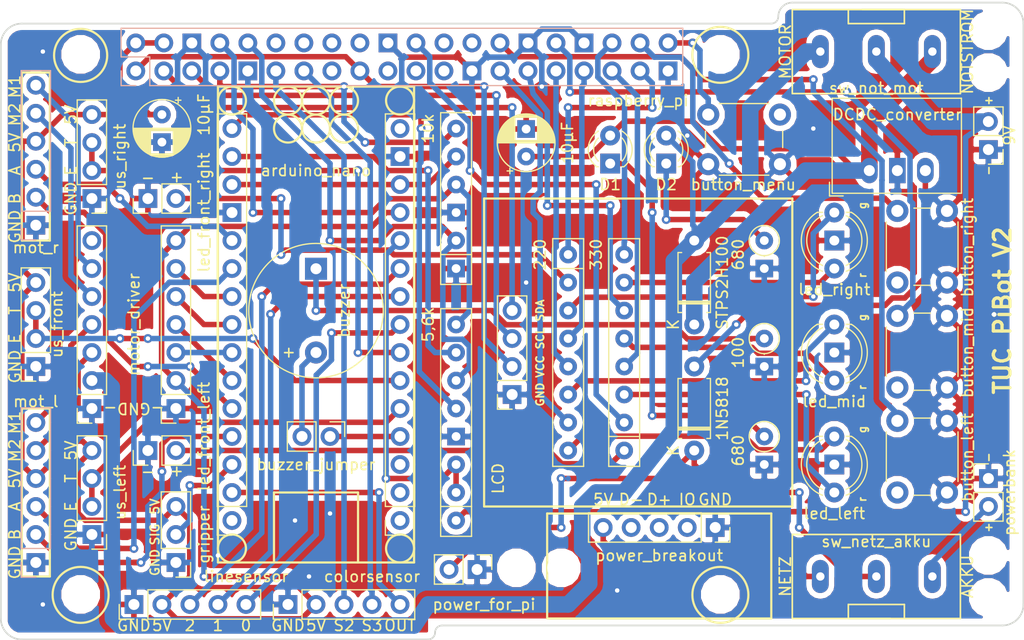
<source format=kicad_pcb>
(kicad_pcb (version 20171130) (host pcbnew 5.0.2+dfsg1-1)
  (layers (0 F.Cu signal) (31 B.Cu signal) (34 B.Paste user) (35 F.Paste user) (36 B.SilkS user) (37 F.SilkS user) (38 B.Mask user) (39 F.Mask user) (44 Edge.Cuts user))
  (net 0 "")
  (net 1 "Net-(BZ1-Pad1)")
  (net 2 "Net-(BZ1-Pad2)")
  (net 3 "Net-(C1-Pad1)")
  (net 4 "Net-(C2-Pad1)")
  (net 5 "Net-(D1-Pad1)")
  (net 6 "Net-(D2-Pad1)")
  (net 7 "Net-(D2-Pad2)")
  (net 8 "Net-(D4-Pad3)")
  (net 9 "Net-(D4-Pad1)")
  (net 10 "Net-(D5-Pad1)")
  (net 11 "Net-(D5-Pad3)")
  (net 12 "Net-(D6-Pad1)")
  (net 13 "Net-(D6-Pad3)")
  (net 14 "Net-(D7-Pad2)")
  (net 15 "Net-(D7-Pad1)")
  (net 16 "Net-(J1-Pad2)")
  (net 17 "Net-(J1-Pad5)")
  (net 18 "Net-(J12-Pad10)")
  (net 19 "Net-(J10-Pad4)")
  (net 20 "Net-(J10-Pad10)")
  (net 21 "Net-(J12-Pad9)")
  (net 22 "Net-(J5-Pad7)")
  (net 23 "Net-(J12-Pad11)")
  (net 24 "Net-(J10-Pad7)")
  (net 25 "Net-(J10-Pad6)")
  (net 26 "Net-(J10-Pad8)")
  (net 27 "Net-(J10-Pad9)")
  (net 28 "Net-(J10-Pad15)")
  (net 29 "Net-(J10-Pad14)")
  (net 30 "Net-(J10-Pad13)")
  (net 31 "Net-(J10-Pad3)")
  (net 32 "Net-(J10-Pad2)")
  (net 33 "Net-(J10-Pad1)")
  (net 34 "Net-(J11-Pad1)")
  (net 35 "Net-(J12-Pad1)")
  (net 36 "Net-(J12-Pad5)")
  (net 37 "Net-(J12-Pad6)")
  (net 38 "Net-(J12-Pad7)")
  (net 39 "Net-(J12-Pad8)")
  (net 40 "Net-(J12-Pad15)")
  (net 41 "Net-(J14-Pad2)")
  (net 42 "Net-(J14-Pad3)")
  (net 43 "Net-(J15-Pad7)")
  (net 44 "Net-(J15-Pad8)")
  (net 45 "Net-(J15-Pad10)")
  (net 46 "Net-(J15-Pad11)")
  (net 47 "Net-(J15-Pad12)")
  (net 48 "Net-(J15-Pad13)")
  (net 49 "Net-(J15-Pad14)")
  (net 50 "Net-(J15-Pad15)")
  (net 51 "Net-(J15-Pad16)")
  (net 52 "Net-(J15-Pad18)")
  (net 53 "Net-(J15-Pad19)")
  (net 54 "Net-(J15-Pad21)")
  (net 55 "Net-(J15-Pad22)")
  (net 56 "Net-(J15-Pad23)")
  (net 57 "Net-(J15-Pad24)")
  (net 58 "Net-(J15-Pad26)")
  (net 59 "Net-(J15-Pad27)")
  (net 60 "Net-(J15-Pad28)")
  (net 61 "Net-(J15-Pad29)")
  (net 62 "Net-(J15-Pad31)")
  (net 63 "Net-(J15-Pad32)")
  (net 64 "Net-(J15-Pad33)")
  (net 65 "Net-(J15-Pad35)")
  (net 66 "Net-(J15-Pad36)")
  (net 67 "Net-(J15-Pad37)")
  (net 68 "Net-(J15-Pad38)")
  (net 69 "Net-(J15-Pad40)")
  (net 70 "Net-(J16-Pad2)")
  (net 71 "Net-(J16-Pad3)")
  (net 72 "Net-(J16-Pad4)")
  (net 73 "Net-(J1-Pad6)")
  (net 74 "Net-(J1-Pad3)")
  (net 75 "Net-(J3-Pad6)")
  (net 76 "Net-(J3-Pad5)")
  (net 77 "Net-(J7-Pad2)")
  (net 78 "Net-(J8-Pad2)")
  (net 79 "Net-(J12-Pad2)")
  (net 80 "Net-(J12-Pad3)")
  (net 81 "Net-(J14-Pad4)")
  (net 82 "Net-(J16-Pad5)")
  (net 83 "Net-(C1-Pad2)")
  (net 84 "Net-(J21-Pad2)")
  (net 85 "Net-(J20-Pad2)")
  (module LED_THT:LED_D3.0mm (layer F.Cu) (at 85.09 65.405 90)
    (fp_text reference D2 (at -1.905 0 180) (layer F.SilkS))
    (fp_text value LED_power_rear hide)
    (pad 1 thru_hole rect (at 0 0 90) (size 1.8 1.8) (drill 0.9) (layers *.Cu *.Mask) (net 6 "Net-(D2-Pad1)"))
    (pad 2 thru_hole circle (at 2.54 0 90) (size 1.8 1.8) (drill 0.9) (layers *.Cu *.Mask) (net 7 "Net-(D2-Pad2)"))
  )
  (module Connector_PinHeader_2.54mm:PinHeader_1x03_P2.54mm_Vertical (layer F.Cu) (at 40.64 101.6 180)
    (fp_text reference J18 hide)
    (fp_text value gripper (at -2.54 2.54 270) (layer F.SilkS))
    (pad 1 thru_hole rect (at 0 0 180) (size 1.7 1.7) (drill 1) (layers *.Cu *.Mask) (net 83 "Net-(C1-Pad2)"))
    (pad 2 thru_hole circle (at 0 2.54 180) (size 1.7 1.7) (drill 1) (layers *.Cu *.Mask) (net 31 "Net-(J10-Pad3)"))
    (pad 3 thru_hole oval (at 0 5.08 180) (size 1.7 1.7) (drill 1) (layers *.Cu *.Mask) (net 3 "Net-(C1-Pad1)"))
  )
  (module Buzzer_Beeper:Buzzer_12x9.5RM7.6 (layer F.Cu) (at 53.34 82.55 90)
    (fp_text reference BZ1 hide)
    (fp_text value buzzer (at 3.8 2.54 90) (layer F.SilkS))
    (fp_text user + (at -0.01 -2.54 90) (layer F.SilkS))
    (pad 1 thru_hole circle (at 0 0 90) (size 2 2) (drill 1) (layers *.Cu *.Mask) (net 1 "Net-(BZ1-Pad1)"))
    (pad 2 thru_hole rect (at 7.6 0 90) (size 2 2) (drill 1) (layers *.Cu *.Mask) (net 2 "Net-(BZ1-Pad2)"))
  )
  (module Connector_PinHeader_2.54mm:PinHeader_1x04_P2.54mm_Vertical (layer F.Cu) (at 33.02 99.06 180)
    (fp_text reference J6 hide)
    (fp_text value us_left (at -2.54 3.81 90) (layer F.SilkS))
    (pad 4 thru_hole oval (at 0 7.62 180) (size 1.7 1.7) (drill 1) (layers *.Cu *.Mask) (net 3 "Net-(C1-Pad1)"))
    (pad 3 thru_hole oval (at 0 5.08 180) (size 1.7 1.7) (drill 1) (layers *.Cu *.Mask) (net 36 "Net-(J12-Pad5)"))
    (pad 2 thru_hole oval (at 0 2.54 180) (size 1.7 1.7) (drill 1) (layers *.Cu *.Mask) (net 36 "Net-(J12-Pad5)"))
    (pad 1 thru_hole rect (at 0 0 180) (size 1.7 1.7) (drill 1) (layers *.Cu *.Mask) (net 83 "Net-(C1-Pad2)"))
  )
  (module Connector_PinSocket_2.54mm:PinSocket_1x05_P2.54mm_Vertical (layer F.Cu) (at 89.535 98.425 270)
    (fp_text reference J16 hide)
    (fp_text value power_breakout (at 2.54 5.08) (layer F.SilkS))
    (pad 5 thru_hole oval (at 0 10.16 270) (size 1.7 1.7) (drill 1) (layers *.Cu *.Mask) (net 82 "Net-(J16-Pad5)"))
    (pad 4 thru_hole oval (at 0 7.62 270) (size 1.7 1.7) (drill 1) (layers *.Cu *.Mask) (net 72 "Net-(J16-Pad4)"))
    (pad 3 thru_hole oval (at 0 5.08 270) (size 1.7 1.7) (drill 1) (layers *.Cu *.Mask) (net 71 "Net-(J16-Pad3)"))
    (pad 2 thru_hole oval (at 0 2.54 270) (size 1.7 1.7) (drill 1) (layers *.Cu *.Mask) (net 70 "Net-(J16-Pad2)"))
    (pad 1 thru_hole rect (at 0 0 270) (size 1.7 1.7) (drill 1) (layers *.Cu *.Mask) (net 83 "Net-(C1-Pad2)"))
  )
  (module Connector_PinHeader_2.54mm:PinHeader_1x06_P2.54mm_Vertical (layer B.Cu) (at 27.94 71)
    (fp_text reference J1 hide)
    (fp_text value mot_r (at 0 2.025 180) (layer F.SilkS))
    (pad 6 thru_hole oval (at 0 -12.7) (size 1.7 1.7) (drill 1) (layers *.Cu *.Mask) (net 73 "Net-(J1-Pad6)"))
    (pad 5 thru_hole oval (at 0 -10.16) (size 1.7 1.7) (drill 1) (layers *.Cu *.Mask) (net 17 "Net-(J1-Pad5)"))
    (pad 4 thru_hole oval (at 0 -7.62) (size 1.7 1.7) (drill 1) (layers *.Cu *.Mask) (net 3 "Net-(C1-Pad1)"))
    (pad 3 thru_hole oval (at 0 -5.08) (size 1.7 1.7) (drill 1) (layers *.Cu *.Mask) (net 74 "Net-(J1-Pad3)"))
    (pad 2 thru_hole oval (at 0 -2.54) (size 1.7 1.7) (drill 1) (layers *.Cu *.Mask) (net 16 "Net-(J1-Pad2)"))
    (pad 1 thru_hole rect (at 0 0) (size 1.7 1.7) (drill 1) (layers *.Cu *.Mask) (net 83 "Net-(C1-Pad2)"))
  )
  (module MountingHole:MountingHole_2.5mm (layer F.Cu) (at 71.510092 102.084116 90)
    (fp_text reference H6 hide)
    (fp_text value CableHole_back_right hide)
    (pad 1 np_thru_hole circle (at 0 0 90) (size 2.5 2.5) (drill 2.5) (layers *.Cu *.Mask))
  )
  (module MountingHole:MountingHole_2.5mm (layer F.Cu) (at 75.565 102.084116 90)
    (fp_text reference H6 hide)
    (fp_text value CableHole_back_right hide)
    (pad 1 np_thru_hole circle (at 0 0 90) (size 2.5 2.5) (drill 2.5) (layers *.Cu *.Mask))
  )
  (module MountingHole:MountingHole_2.5mm (layer F.Cu) (at 114.3 53.34)
    (fp_text reference H6 hide)
    (fp_text value CableHole_back_right hide)
    (pad 1 np_thru_hole circle (at 0 0) (size 2.5 2.5) (drill 2.5) (layers *.Cu *.Mask))
  )
  (module MountingHole:MountingHole_2.5mm (layer F.Cu) (at 114.3 57.15)
    (fp_text reference H6 hide)
    (fp_text value CableHole_back_right hide)
    (pad 1 np_thru_hole circle (at 0 0) (size 2.5 2.5) (drill 2.5) (layers *.Cu *.Mask))
  )
  (module MountingHole:MountingHole_2.5mm (layer F.Cu) (at 114.3 100.965)
    (fp_text reference H6 hide)
    (fp_text value CableHole_back_right hide)
    (pad 1 np_thru_hole circle (at 0 0) (size 2.5 2.5) (drill 2.5) (layers *.Cu *.Mask))
  )
  (module MountingHole:MountingHole_2.5mm (layer F.Cu) (at 90 55.5)
    (fp_text reference H3 hide)
    (fp_text value CableHole_side_front hide)
    (pad 1 np_thru_hole circle (at 0 0) (size 2.5 2.5) (drill 2.5) (layers *.Cu *.Mask))
  )
  (module Resistor_THT:R_Array_SIP8 (layer F.Cu) (at 76.2 73.66 270)
    (fp_text reference RN1 hide)
    (fp_text value 220 (at 0 2.54 270) (layer F.SilkS))
    (pad 1 thru_hole circle (at 0 0 270) (size 1.6 1.6) (drill 0.8) (layers *.Cu *.Mask) (net 67 "Net-(J15-Pad37)"))
    (pad 2 thru_hole oval (at 2.54 0 270) (size 1.6 1.6) (drill 0.8) (layers *.Cu *.Mask) (net 77 "Net-(J7-Pad2)"))
    (pad 3 thru_hole oval (at 5.08 0 270) (size 1.6 1.6) (drill 0.8) (layers *.Cu *.Mask) (net 9 "Net-(D4-Pad1)"))
    (pad 4 thru_hole oval (at 7.62 0 270) (size 1.6 1.6) (drill 0.8) (layers *.Cu *.Mask) (net 64 "Net-(J15-Pad33)"))
    (pad 5 thru_hole oval (at 10.16 0 270) (size 1.6 1.6) (drill 0.8) (layers *.Cu *.Mask) (net 62 "Net-(J15-Pad31)"))
    (pad 6 thru_hole oval (at 12.7 0 270) (size 1.6 1.6) (drill 0.8) (layers *.Cu *.Mask) (net 10 "Net-(D5-Pad1)"))
    (pad 7 thru_hole oval (at 15.24 0 270) (size 1.6 1.6) (drill 0.8) (layers *.Cu *.Mask) (net 59 "Net-(J15-Pad27)"))
    (pad 8 thru_hole oval (at 17.78 0 270) (size 1.6 1.6) (drill 0.8) (layers *.Cu *.Mask) (net 12 "Net-(D6-Pad1)"))
  )
  (module Capacitor_THT:CP_Radial_D5.0mm_P2.50mm (layer F.Cu) (at 39.37 60.96 270)
    (fp_text reference C1 hide)
    (fp_text value 10µF (at 0 -3.81 270) (layer F.SilkS))
    (pad 2 thru_hole rect (at 2.5 0 270) (size 1.6 1.6) (drill 0.8) (layers *.Cu *.Mask) (net 83 "Net-(C1-Pad2)"))
    (pad 1 thru_hole circle (at 0 0 270) (size 1.6 1.6) (drill 0.8) (layers *.Cu *.Mask) (net 3 "Net-(C1-Pad1)"))
  )
  (module Capacitor_THT:CP_Radial_D5.0mm_P2.50mm (layer F.Cu) (at 72.39 64.77 90)
    (fp_text reference C2 hide)
    (fp_text value 10µF (at 1.25 3.75 90) (layer F.SilkS))
    (pad 1 thru_hole oval (at 0 0 90) (size 1.6 1.6) (drill 0.8) (layers *.Cu *.Mask) (net 4 "Net-(C2-Pad1)"))
    (pad 2 thru_hole rect (at 2.5 0 90) (size 1.6 1.6) (drill 0.8) (layers *.Cu *.Mask) (net 83 "Net-(C1-Pad2)"))
  )
  (module Diode_THT:D_A-405_P7.62mm_Horizontal (layer F.Cu) (at 87.63 80.01 90)
    (fp_text reference D3 hide)
    (fp_text value STPS2H100 (at 3.81 2.54 90) (layer F.SilkS))
    (fp_text user K (at 0 -1.9 90) (layer F.SilkS))
    (pad 1 thru_hole circle (at 0 0 90) (size 1.8 1.8) (drill 0.9) (layers *.Cu *.Mask) (net 4 "Net-(C2-Pad1)"))
    (pad 2 thru_hole oval (at 7.62 0 90) (size 1.8 1.8) (drill 0.9) (layers *.Cu *.Mask) (net 7 "Net-(D2-Pad2)"))
  )
  (module LED_THT:LED_D5.0mm-3 (layer F.Cu) (at 100.33 69.85 270)
    (fp_text reference D4 hide)
    (fp_text value led_right (at 6.985 0) (layer F.SilkS))
    (pad 3 thru_hole circle (at 5.08 0 270) (size 1.8 1.8) (drill 0.9) (layers *.Cu *.Mask) (net 8 "Net-(D4-Pad3)"))
    (pad 2 thru_hole rect (at 2.54 0 270) (size 1.8 1.8) (drill 0.9) (layers *.Cu *.Mask) (net 83 "Net-(C1-Pad2)"))
    (pad 1 thru_hole circle (at 0 0 270) (size 1.8 1.8) (drill 0.9) (layers *.Cu *.Mask) (net 9 "Net-(D4-Pad1)"))
  )
  (module LED_THT:LED_D5.0mm-3 (layer F.Cu) (at 100.33 80.01 270)
    (fp_text reference D5 hide)
    (fp_text value led_mid (at 6.985 0) (layer F.SilkS))
    (pad 1 thru_hole circle (at 0 0 270) (size 1.8 1.8) (drill 0.9) (layers *.Cu *.Mask) (net 10 "Net-(D5-Pad1)"))
    (pad 2 thru_hole rect (at 2.54 0 270) (size 1.8 1.8) (drill 0.9) (layers *.Cu *.Mask) (net 83 "Net-(C1-Pad2)"))
    (pad 3 thru_hole circle (at 5.08 0 270) (size 1.8 1.8) (drill 0.9) (layers *.Cu *.Mask) (net 11 "Net-(D5-Pad3)"))
  )
  (module LED_THT:LED_D5.0mm-3 (layer F.Cu) (at 100.33 90.17 270)
    (fp_text reference D6 hide)
    (fp_text value led_left (at 6.985 0) (layer F.SilkS))
    (pad 1 thru_hole circle (at 0 0 270) (size 1.8 1.8) (drill 0.9) (layers *.Cu *.Mask) (net 12 "Net-(D6-Pad1)"))
    (pad 2 thru_hole rect (at 2.54 0 270) (size 1.8 1.8) (drill 0.9) (layers *.Cu *.Mask) (net 83 "Net-(C1-Pad2)"))
    (pad 3 thru_hole circle (at 5.08 0 270) (size 1.8 1.8) (drill 0.9) (layers *.Cu *.Mask) (net 13 "Net-(D6-Pad3)"))
  )
  (module Diode_THT:D_A-405_P7.62mm_Horizontal (layer F.Cu) (at 87.63 91.44 90)
    (fp_text reference D7 hide)
    (fp_text value 1N5818 (at 3.81 2.54 90) (layer F.SilkS))
    (fp_text user K (at 0 -1.9 90) (layer F.SilkS))
    (pad 2 thru_hole oval (at 7.62 0 90) (size 1.8 1.8) (drill 0.9) (layers *.Cu *.Mask) (net 14 "Net-(D7-Pad2)"))
    (pad 1 thru_hole circle (at 0 0 90) (size 1.8 1.8) (drill 0.9) (layers *.Cu *.Mask) (net 15 "Net-(D7-Pad1)"))
  )
  (module Connector_PinSocket_2.54mm:PinSocket_1x04_P2.54mm_Vertical (layer F.Cu) (at 27.94 83.82 180)
    (fp_text reference J2 hide)
    (fp_text value us_front (at -1.905 3.81 270) (layer F.SilkS))
    (pad 4 thru_hole oval (at 0 7.62 180) (size 1.7 1.7) (drill 1) (layers *.Cu *.Mask) (net 3 "Net-(C1-Pad1)"))
    (pad 3 thru_hole oval (at 0 5.08 180) (size 1.7 1.7) (drill 1) (layers *.Cu *.Mask) (net 37 "Net-(J12-Pad6)"))
    (pad 2 thru_hole oval (at 0 2.54 180) (size 1.7 1.7) (drill 1) (layers *.Cu *.Mask) (net 37 "Net-(J12-Pad6)"))
    (pad 1 thru_hole rect (at 0 0 180) (size 1.7 1.7) (drill 1) (layers *.Cu *.Mask) (net 83 "Net-(C1-Pad2)"))
  )
  (module Connector_PinHeader_2.54mm:PinHeader_1x06_P2.54mm_Vertical (layer B.Cu) (at 27.94 101.6)
    (fp_text reference J3 hide)
    (fp_text value mot_l (at 0 -14.605 180) (layer F.SilkS))
    (pad 6 thru_hole oval (at 0 -12.7) (size 1.7 1.7) (drill 1) (layers *.Cu *.Mask) (net 75 "Net-(J3-Pad6)"))
    (pad 5 thru_hole oval (at 0 -10.16) (size 1.7 1.7) (drill 1) (layers *.Cu *.Mask) (net 76 "Net-(J3-Pad5)"))
    (pad 4 thru_hole oval (at 0 -7.62) (size 1.7 1.7) (drill 1) (layers *.Cu *.Mask) (net 3 "Net-(C1-Pad1)"))
    (pad 3 thru_hole oval (at 0 -5.08) (size 1.7 1.7) (drill 1) (layers *.Cu *.Mask) (net 20 "Net-(J10-Pad10)"))
    (pad 2 thru_hole oval (at 0 -2.54) (size 1.7 1.7) (drill 1) (layers *.Cu *.Mask) (net 19 "Net-(J10-Pad4)"))
    (pad 1 thru_hole rect (at 0 0) (size 1.7 1.7) (drill 1) (layers *.Cu *.Mask) (net 83 "Net-(C1-Pad2)"))
  )
  (module Connector_PinHeader_2.54mm:PinHeader_1x04_P2.54mm_Vertical (layer F.Cu) (at 33.02 68.58 180)
    (fp_text reference J4 hide)
    (fp_text value us_right (at -2.54 3.81 270) (layer F.SilkS))
    (pad 1 thru_hole rect (at 0 0 180) (size 1.7 1.7) (drill 1) (layers *.Cu *.Mask) (net 83 "Net-(C1-Pad2)"))
    (pad 2 thru_hole oval (at 0 2.54 180) (size 1.7 1.7) (drill 1) (layers *.Cu *.Mask) (net 38 "Net-(J12-Pad7)"))
    (pad 3 thru_hole oval (at 0 5.08 180) (size 1.7 1.7) (drill 1) (layers *.Cu *.Mask) (net 38 "Net-(J12-Pad7)"))
    (pad 4 thru_hole oval (at 0 7.62 180) (size 1.7 1.7) (drill 1) (layers *.Cu *.Mask) (net 3 "Net-(C1-Pad1)"))
  )
  (module Connector_PinSocket_2.54mm:PinSocket_1x07_P2.54mm_Vertical (layer F.Cu) (at 33.02 87.63 180)
    (fp_text reference J5 hide)
    (fp_text value motor_driver (at -3.81 7.62 90) (layer F.SilkS))
    (pad 1 thru_hole rect (at 0 0 180) (size 1.7 1.7) (drill 1) (layers *.Cu *.Mask) (net 83 "Net-(C1-Pad2)"))
    (pad 2 thru_hole oval (at 0 2.54 180) (size 1.7 1.7) (drill 1) (layers *.Cu *.Mask) (net 7 "Net-(D2-Pad2)"))
    (pad 3 thru_hole oval (at 0 5.08 180) (size 1.7 1.7) (drill 1) (layers *.Cu *.Mask) (net 76 "Net-(J3-Pad5)"))
    (pad 4 thru_hole oval (at 0 7.62 180) (size 1.7 1.7) (drill 1) (layers *.Cu *.Mask) (net 75 "Net-(J3-Pad6)"))
    (pad 5 thru_hole oval (at 0 10.16 180) (size 1.7 1.7) (drill 1) (layers *.Cu *.Mask) (net 17 "Net-(J1-Pad5)"))
    (pad 6 thru_hole oval (at 0 12.7 180) (size 1.7 1.7) (drill 1) (layers *.Cu *.Mask) (net 73 "Net-(J1-Pad6)"))
    (pad 7 thru_hole oval (at 0 15.24 180) (size 1.7 1.7) (drill 1) (layers *.Cu *.Mask) (net 22 "Net-(J5-Pad7)"))
  )
  (module Connector_PinHeader_2.54mm:PinHeader_1x02_P2.54mm_Vertical (layer F.Cu) (at 38.1 68.58 90)
    (fp_text reference J7 hide)
    (fp_text value led_front_right (at -1.27 5.08 270) (layer F.SilkS))
    (pad 1 thru_hole rect (at 0 0 90) (size 1.7 1.7) (drill 1) (layers *.Cu *.Mask) (net 83 "Net-(C1-Pad2)"))
    (pad 2 thru_hole oval (at 0 2.54 90) (size 1.7 1.7) (drill 1) (layers *.Cu *.Mask) (net 77 "Net-(J7-Pad2)"))
  )
  (module Connector_PinHeader_2.54mm:PinHeader_1x02_P2.54mm_Vertical (layer F.Cu) (at 38.1 91.44 90)
    (fp_text reference J8 hide)
    (fp_text value led_front_left (at 1.27 5.08 270) (layer F.SilkS))
    (pad 2 thru_hole oval (at 0 2.54 90) (size 1.7 1.7) (drill 1) (layers *.Cu *.Mask) (net 78 "Net-(J8-Pad2)"))
    (pad 1 thru_hole rect (at 0 0 90) (size 1.7 1.7) (drill 1) (layers *.Cu *.Mask) (net 83 "Net-(C1-Pad2)"))
  )
  (module Connector_PinSocket_2.54mm:PinSocket_1x07_P2.54mm_Vertical (layer F.Cu) (at 40.64 87.63 180)
    (fp_text reference J9 hide)
    (fp_text value Mot_driver_rear hide)
    (pad 7 thru_hole oval (at 0 15.24 180) (size 1.7 1.7) (drill 1) (layers *.Cu *.Mask) (net 3 "Net-(C1-Pad1)"))
    (pad 6 thru_hole oval (at 0 12.7 180) (size 1.7 1.7) (drill 1) (layers *.Cu *.Mask) (net 27 "Net-(J10-Pad9)"))
    (pad 5 thru_hole oval (at 0 10.16 180) (size 1.7 1.7) (drill 1) (layers *.Cu *.Mask) (net 26 "Net-(J10-Pad8)"))
    (pad 4 thru_hole oval (at 0 7.62 180) (size 1.7 1.7) (drill 1) (layers *.Cu *.Mask) (net 25 "Net-(J10-Pad6)"))
    (pad 3 thru_hole oval (at 0 5.08 180) (size 1.7 1.7) (drill 1) (layers *.Cu *.Mask) (net 24 "Net-(J10-Pad7)"))
    (pad 2 thru_hole oval (at 0 2.54 180) (size 1.7 1.7) (drill 1) (layers *.Cu *.Mask) (net 3 "Net-(C1-Pad1)"))
    (pad 1 thru_hole rect (at 0 0 180) (size 1.7 1.7) (drill 1) (layers *.Cu *.Mask) (net 83 "Net-(C1-Pad2)"))
  )
  (module Connector_PinSocket_2.54mm:PinSocket_1x15_P2.54mm_Vertical (layer F.Cu) (at 45.72 97.79 180)
    (fp_text reference J10 hide)
    (fp_text value arduino_nano (at -7.62 31.75 180) (layer F.SilkS))
    (pad 15 thru_hole oval (at 0 35.56 180) (size 1.7 1.7) (drill 1) (layers *.Cu *.Mask) (net 28 "Net-(J10-Pad15)"))
    (pad 14 thru_hole oval (at 0 33.02 180) (size 1.7 1.7) (drill 1) (layers *.Cu *.Mask) (net 29 "Net-(J10-Pad14)"))
    (pad 13 thru_hole oval (at 0 30.48 180) (size 1.7 1.7) (drill 1) (layers *.Cu *.Mask) (net 30 "Net-(J10-Pad13)"))
    (pad 12 thru_hole rect (at 0 27.94 180) (size 1.7 1.7) (drill 1) (layers *.Cu *.Mask) (net 83 "Net-(C1-Pad2)"))
    (pad 11 thru_hole oval (at 0 25.4 180) (size 1.7 1.7) (drill 1) (layers *.Cu *.Mask) (net 74 "Net-(J1-Pad3)"))
    (pad 10 thru_hole oval (at 0 22.86 180) (size 1.7 1.7) (drill 1) (layers *.Cu *.Mask) (net 20 "Net-(J10-Pad10)"))
    (pad 9 thru_hole oval (at 0 20.32 180) (size 1.7 1.7) (drill 1) (layers *.Cu *.Mask) (net 27 "Net-(J10-Pad9)"))
    (pad 8 thru_hole oval (at 0 17.78 180) (size 1.7 1.7) (drill 1) (layers *.Cu *.Mask) (net 26 "Net-(J10-Pad8)"))
    (pad 7 thru_hole oval (at 0 15.24 180) (size 1.7 1.7) (drill 1) (layers *.Cu *.Mask) (net 24 "Net-(J10-Pad7)"))
    (pad 6 thru_hole oval (at 0 12.7 180) (size 1.7 1.7) (drill 1) (layers *.Cu *.Mask) (net 25 "Net-(J10-Pad6)"))
    (pad 5 thru_hole oval (at 0 10.16 180) (size 1.7 1.7) (drill 1) (layers *.Cu *.Mask) (net 16 "Net-(J1-Pad2)"))
    (pad 4 thru_hole oval (at 0 7.62 180) (size 1.7 1.7) (drill 1) (layers *.Cu *.Mask) (net 19 "Net-(J10-Pad4)"))
    (pad 3 thru_hole oval (at 0 5.08 180) (size 1.7 1.7) (drill 1) (layers *.Cu *.Mask) (net 31 "Net-(J10-Pad3)"))
    (pad 2 thru_hole oval (at 0 2.54 180) (size 1.7 1.7) (drill 1) (layers *.Cu *.Mask) (net 32 "Net-(J10-Pad2)"))
    (pad 1 thru_hole circle (at 0 0 180) (size 1.7 1.7) (drill 1) (layers *.Cu *.Mask) (net 33 "Net-(J10-Pad1)"))
  )
  (module Connector_PinHeader_2.54mm:PinHeader_1x02_P2.54mm_Vertical (layer F.Cu) (at 54.61 90.17 270)
    (fp_text reference J11 hide)
    (fp_text value buzzer_jumper (at 2.54 1.27) (layer F.SilkS))
    (pad 1 thru_hole circle (at 0 0 270) (size 1.7 1.7) (drill 1) (layers *.Cu *.Mask) (net 34 "Net-(J11-Pad1)"))
    (pad 2 thru_hole oval (at 0 2.54 270) (size 1.7 1.7) (drill 1) (layers *.Cu *.Mask) (net 1 "Net-(BZ1-Pad1)"))
  )
  (module Connector_PinSocket_2.54mm:PinSocket_1x15_P2.54mm_Vertical (layer F.Cu) (at 60.96 97.79 180)
    (fp_text reference J12 hide)
    (fp_text value Nano_rear hide)
    (pad 1 thru_hole circle (at 0 0 180) (size 1.7 1.7) (drill 1) (layers *.Cu *.Mask) (net 35 "Net-(J12-Pad1)"))
    (pad 2 thru_hole oval (at 0 2.54 180) (size 1.7 1.7) (drill 1) (layers *.Cu *.Mask) (net 79 "Net-(J12-Pad2)"))
    (pad 3 thru_hole oval (at 0 5.08 180) (size 1.7 1.7) (drill 1) (layers *.Cu *.Mask) (net 80 "Net-(J12-Pad3)"))
    (pad 4 thru_hole oval (at 0 7.62 180) (size 1.7 1.7) (drill 1) (layers *.Cu *.Mask) (net 34 "Net-(J11-Pad1)"))
    (pad 5 thru_hole oval (at 0 10.16 180) (size 1.7 1.7) (drill 1) (layers *.Cu *.Mask) (net 36 "Net-(J12-Pad5)"))
    (pad 6 thru_hole oval (at 0 12.7 180) (size 1.7 1.7) (drill 1) (layers *.Cu *.Mask) (net 37 "Net-(J12-Pad6)"))
    (pad 7 thru_hole oval (at 0 15.24 180) (size 1.7 1.7) (drill 1) (layers *.Cu *.Mask) (net 38 "Net-(J12-Pad7)"))
    (pad 8 thru_hole oval (at 0 17.78 180) (size 1.7 1.7) (drill 1) (layers *.Cu *.Mask) (net 39 "Net-(J12-Pad8)"))
    (pad 9 thru_hole oval (at 0 20.32 180) (size 1.7 1.7) (drill 1) (layers *.Cu *.Mask) (net 21 "Net-(J12-Pad9)"))
    (pad 10 thru_hole oval (at 0 22.86 180) (size 1.7 1.7) (drill 1) (layers *.Cu *.Mask) (net 18 "Net-(J12-Pad10)"))
    (pad 11 thru_hole oval (at 0 25.4 180) (size 1.7 1.7) (drill 1) (layers *.Cu *.Mask) (net 23 "Net-(J12-Pad11)"))
    (pad 12 thru_hole oval (at 0 27.94 180) (size 1.7 1.7) (drill 1) (layers *.Cu *.Mask) (net 3 "Net-(C1-Pad1)"))
    (pad 13 thru_hole oval (at 0 30.48 180) (size 1.7 1.7) (drill 1) (layers *.Cu *.Mask) (net 30 "Net-(J10-Pad13)"))
    (pad 14 thru_hole rect (at 0 33.02 180) (size 1.7 1.7) (drill 1) (layers *.Cu *.Mask) (net 83 "Net-(C1-Pad2)"))
    (pad 15 thru_hole oval (at 0 35.56 180) (size 1.7 1.7) (drill 1) (layers *.Cu *.Mask) (net 40 "Net-(J12-Pad15)"))
  )
  (module Connector_PinHeader_2.54mm:PinHeader_1x02_P2.54mm_Vertical (layer F.Cu) (at 67.945 102.235 270)
    (fp_text reference J13 hide)
    (fp_text value power_for_pi (at 3.175 -0.635 180) (layer F.SilkS))
    (pad 2 thru_hole oval (at 0 2.54 270) (size 1.7 1.7) (drill 1) (layers *.Cu *.Mask) (net 15 "Net-(D7-Pad1)"))
    (pad 1 thru_hole rect (at 0 0 270) (size 1.7 1.7) (drill 1) (layers *.Cu *.Mask) (net 83 "Net-(C1-Pad2)"))
  )
  (module Connector_PinSocket_2.54mm:PinSocket_1x04_P2.54mm_Vertical (layer F.Cu) (at 71.12 86.36 180)
    (fp_text reference J14 hide)
    (fp_text value LCD (at 1.27 -7.62 270) (layer F.SilkS))
    (pad 1 thru_hole rect (at 0 0 180) (size 1.7 1.7) (drill 1) (layers *.Cu *.Mask) (net 83 "Net-(C1-Pad2)"))
    (pad 2 thru_hole oval (at 0 2.54 180) (size 1.7 1.7) (drill 1) (layers *.Cu *.Mask) (net 41 "Net-(J14-Pad2)"))
    (pad 3 thru_hole oval (at 0 5.08 180) (size 1.7 1.7) (drill 1) (layers *.Cu *.Mask) (net 42 "Net-(J14-Pad3)"))
    (pad 4 thru_hole oval (at 0 7.62 180) (size 1.7 1.7) (drill 1) (layers *.Cu *.Mask) (net 81 "Net-(J14-Pad4)"))
  )
  (module Connector_PinSocket_2.54mm:PinSocket_2x20_P2.54mm_Vertical (layer B.Cu) (at 37 57 270)
    (fp_text reference J15 hide)
    (fp_text value raspberry_pi (at 2.69 -45.55 180) (layer F.SilkS))
    (pad 1 thru_hole circle (at 0 0 270) (size 1.7 1.7) (drill 1) (layers *.Cu *.Mask) (net 41 "Net-(J14-Pad2)"))
    (pad 2 thru_hole oval (at -2.54 0 270) (size 1.7 1.7) (drill 1) (layers *.Cu *.Mask) (net 3 "Net-(C1-Pad1)"))
    (pad 3 thru_hole oval (at 0 -2.54 270) (size 1.7 1.7) (drill 1) (layers *.Cu *.Mask) (net 81 "Net-(J14-Pad4)"))
    (pad 4 thru_hole oval (at -2.54 -2.54 270) (size 1.7 1.7) (drill 1) (layers *.Cu *.Mask) (net 3 "Net-(C1-Pad1)"))
    (pad 5 thru_hole oval (at 0 -5.08 270) (size 1.7 1.7) (drill 1) (layers *.Cu *.Mask) (net 42 "Net-(J14-Pad3)"))
    (pad 6 thru_hole rect (at -2.54 -5.08 270) (size 1.7 1.7) (drill 1) (layers *.Cu *.Mask) (net 83 "Net-(C1-Pad2)"))
    (pad 7 thru_hole oval (at 0 -7.62 270) (size 1.7 1.7) (drill 1) (layers *.Cu *.Mask) (net 43 "Net-(J15-Pad7)"))
    (pad 8 thru_hole oval (at -2.54 -7.62 270) (size 1.7 1.7) (drill 1) (layers *.Cu *.Mask) (net 44 "Net-(J15-Pad8)"))
    (pad 9 thru_hole rect (at 0 -10.16 270) (size 1.7 1.7) (drill 1) (layers *.Cu *.Mask) (net 83 "Net-(C1-Pad2)"))
    (pad 10 thru_hole oval (at -2.54 -10.16 270) (size 1.7 1.7) (drill 1) (layers *.Cu *.Mask) (net 45 "Net-(J15-Pad10)"))
    (pad 11 thru_hole oval (at 0 -12.7 270) (size 1.7 1.7) (drill 1) (layers *.Cu *.Mask) (net 46 "Net-(J15-Pad11)"))
    (pad 12 thru_hole oval (at -2.54 -12.7 270) (size 1.7 1.7) (drill 1) (layers *.Cu *.Mask) (net 47 "Net-(J15-Pad12)"))
    (pad 13 thru_hole oval (at 0 -15.24 270) (size 1.7 1.7) (drill 1) (layers *.Cu *.Mask) (net 48 "Net-(J15-Pad13)"))
    (pad 14 thru_hole oval (at -2.54 -15.24 270) (size 1.7 1.7) (drill 1) (layers *.Cu *.Mask) (net 49 "Net-(J15-Pad14)"))
    (pad 15 thru_hole oval (at 0 -17.78 270) (size 1.7 1.7) (drill 1) (layers *.Cu *.Mask) (net 50 "Net-(J15-Pad15)"))
    (pad 16 thru_hole oval (at -2.54 -17.78 270) (size 1.7 1.7) (drill 1) (layers *.Cu *.Mask) (net 51 "Net-(J15-Pad16)"))
    (pad 17 thru_hole oval (at 0 -20.32 270) (size 1.7 1.7) (drill 1) (layers *.Cu *.Mask) (net 41 "Net-(J14-Pad2)"))
    (pad 18 thru_hole oval (at -2.54 -20.32 270) (size 1.7 1.7) (drill 1) (layers *.Cu *.Mask) (net 52 "Net-(J15-Pad18)"))
    (pad 19 thru_hole oval (at 0 -22.86 270) (size 1.7 1.7) (drill 1) (layers *.Cu *.Mask) (net 53 "Net-(J15-Pad19)"))
    (pad 20 thru_hole rect (at -2.54 -22.86 270) (size 1.7 1.7) (drill 1) (layers *.Cu *.Mask) (net 83 "Net-(C1-Pad2)"))
    (pad 21 thru_hole oval (at 0 -25.4 270) (size 1.7 1.7) (drill 1) (layers *.Cu *.Mask) (net 54 "Net-(J15-Pad21)"))
    (pad 22 thru_hole oval (at -2.54 -25.4 270) (size 1.7 1.7) (drill 1) (layers *.Cu *.Mask) (net 55 "Net-(J15-Pad22)"))
    (pad 23 thru_hole oval (at 0 -27.94 270) (size 1.7 1.7) (drill 1) (layers *.Cu *.Mask) (net 56 "Net-(J15-Pad23)"))
    (pad 24 thru_hole oval (at -2.54 -27.94 270) (size 1.7 1.7) (drill 1) (layers *.Cu *.Mask) (net 57 "Net-(J15-Pad24)"))
    (pad 25 thru_hole rect (at 0 -30.48 270) (size 1.7 1.7) (drill 1) (layers *.Cu *.Mask) (net 83 "Net-(C1-Pad2)"))
    (pad 26 thru_hole oval (at -2.54 -30.48 270) (size 1.7 1.7) (drill 1) (layers *.Cu *.Mask) (net 58 "Net-(J15-Pad26)"))
    (pad 27 thru_hole oval (at 0 -33.02 270) (size 1.7 1.7) (drill 1) (layers *.Cu *.Mask) (net 59 "Net-(J15-Pad27)"))
    (pad 28 thru_hole oval (at -2.54 -33.02 270) (size 1.7 1.7) (drill 1) (layers *.Cu *.Mask) (net 60 "Net-(J15-Pad28)"))
    (pad 29 thru_hole oval (at 0 -35.56 270) (size 1.7 1.7) (drill 1) (layers *.Cu *.Mask) (net 61 "Net-(J15-Pad29)"))
    (pad 30 thru_hole rect (at -2.54 -35.56 270) (size 1.7 1.7) (drill 1) (layers *.Cu *.Mask) (net 83 "Net-(C1-Pad2)"))
    (pad 31 thru_hole oval (at 0 -38.1 270) (size 1.7 1.7) (drill 1) (layers *.Cu *.Mask) (net 62 "Net-(J15-Pad31)"))
    (pad 32 thru_hole oval (at -2.54 -38.1 270) (size 1.7 1.7) (drill 1) (layers *.Cu *.Mask) (net 63 "Net-(J15-Pad32)"))
    (pad 33 thru_hole oval (at 0 -40.64 270) (size 1.7 1.7) (drill 1) (layers *.Cu *.Mask) (net 64 "Net-(J15-Pad33)"))
    (pad 34 thru_hole rect (at -2.54 -40.64 270) (size 1.7 1.7) (drill 1) (layers *.Cu *.Mask) (net 83 "Net-(C1-Pad2)"))
    (pad 35 thru_hole oval (at 0 -43.18 270) (size 1.7 1.7) (drill 1) (layers *.Cu *.Mask) (net 65 "Net-(J15-Pad35)"))
    (pad 36 thru_hole oval (at -2.54 -43.18 270) (size 1.7 1.7) (drill 1) (layers *.Cu *.Mask) (net 66 "Net-(J15-Pad36)"))
    (pad 37 thru_hole oval (at 0 -45.72 270) (size 1.7 1.7) (drill 1) (layers *.Cu *.Mask) (net 67 "Net-(J15-Pad37)"))
    (pad 38 thru_hole oval (at -2.54 -45.72 270) (size 1.7 1.7) (drill 1) (layers *.Cu *.Mask) (net 68 "Net-(J15-Pad38)"))
    (pad 39 thru_hole rect (at 0 -48.26 270) (size 1.7 1.7) (drill 1) (layers *.Cu *.Mask) (net 83 "Net-(C1-Pad2)"))
    (pad 40 thru_hole oval (at -2.54 -48.26 270) (size 1.7 1.7) (drill 1) (layers *.Cu *.Mask) (net 69 "Net-(J15-Pad40)"))
  )
  (module Connector_PinHeader_2.54mm:PinHeader_1x05_P2.54mm_Vertical (layer F.Cu) (at 50.8 105.41 90)
    (fp_text reference J17 hide)
    (fp_text value colorsensor (at 2.54 7.62 180) (layer F.SilkS))
    (pad 5 thru_hole oval (at 0 10.16 90) (size 1.7 1.7) (drill 1) (layers *.Cu *.Mask) (net 32 "Net-(J10-Pad2)"))
    (pad 4 thru_hole oval (at 0 7.62 90) (size 1.7 1.7) (drill 1) (layers *.Cu *.Mask) (net 48 "Net-(J15-Pad13)"))
    (pad 3 thru_hole oval (at 0 5.08 90) (size 1.7 1.7) (drill 1) (layers *.Cu *.Mask) (net 46 "Net-(J15-Pad11)"))
    (pad 2 thru_hole oval (at 0 2.54 90) (size 1.7 1.7) (drill 1) (layers *.Cu *.Mask) (net 3 "Net-(C1-Pad1)"))
    (pad 1 thru_hole rect (at 0 0 90) (size 1.7 1.7) (drill 1) (layers *.Cu *.Mask) (net 83 "Net-(C1-Pad2)"))
  )
  (module Connector_PinHeader_2.54mm:PinHeader_1x05_P2.54mm_Vertical (layer F.Cu) (at 36.83 105.41 90)
    (fp_text reference J19 hide)
    (fp_text value linesensor (at 2.54 10.16 180) (layer F.SilkS))
    (pad 1 thru_hole rect (at 0 0 90) (size 1.7 1.7) (drill 1) (layers *.Cu *.Mask) (net 83 "Net-(C1-Pad2)"))
    (pad 2 thru_hole oval (at 0 2.54 90) (size 1.7 1.7) (drill 1) (layers *.Cu *.Mask) (net 3 "Net-(C1-Pad1)"))
    (pad 3 thru_hole oval (at 0 5.08 90) (size 1.7 1.7) (drill 1) (layers *.Cu *.Mask) (net 18 "Net-(J12-Pad10)"))
    (pad 4 thru_hole oval (at 0 7.62 90) (size 1.7 1.7) (drill 1) (layers *.Cu *.Mask) (net 21 "Net-(J12-Pad9)"))
    (pad 5 thru_hole oval (at 0 10.16 90) (size 1.7 1.7) (drill 1) (layers *.Cu *.Mask) (net 39 "Net-(J12-Pad8)"))
  )
  (module Resistor_THT:R_Array_SIP8 (layer F.Cu) (at 81.28 91.44 90)
    (fp_text reference RN2 hide)
    (fp_text value 330 (at 17.78 -2.54 90) (layer F.SilkS))
    (pad 8 thru_hole oval (at 17.78 0 90) (size 1.6 1.6) (drill 0.8) (layers *.Cu *.Mask) (net 66 "Net-(J15-Pad36)"))
    (pad 7 thru_hole oval (at 15.24 0 90) (size 1.6 1.6) (drill 0.8) (layers *.Cu *.Mask) (net 8 "Net-(D4-Pad3)"))
    (pad 6 thru_hole oval (at 12.7 0 90) (size 1.6 1.6) (drill 0.8) (layers *.Cu *.Mask) (net 61 "Net-(J15-Pad29)"))
    (pad 5 thru_hole oval (at 10.16 0 90) (size 1.6 1.6) (drill 0.8) (layers *.Cu *.Mask) (net 11 "Net-(D5-Pad3)"))
    (pad 4 thru_hole oval (at 7.62 0 90) (size 1.6 1.6) (drill 0.8) (layers *.Cu *.Mask) (net 65 "Net-(J15-Pad35)"))
    (pad 3 thru_hole oval (at 5.08 0 90) (size 1.6 1.6) (drill 0.8) (layers *.Cu *.Mask) (net 13 "Net-(D6-Pad3)"))
    (pad 2 thru_hole oval (at 2.54 0 90) (size 1.6 1.6) (drill 0.8) (layers *.Cu *.Mask) (net 55 "Net-(J15-Pad22)"))
    (pad 1 thru_hole circle (at 0 0 90) (size 1.6 1.6) (drill 0.8) (layers *.Cu *.Mask) (net 78 "Net-(J8-Pad2)"))
  )
  (module Button_Switch_THT:switch_tht_3pos (layer F.Cu) (at 104.14 59.055)
    (fp_text reference SW1 hide)
    (fp_text value sw_not_mot (at 0 -0.5) (layer F.SilkS))
    (pad 3 thru_hole oval (at 5.08 -3.81) (size 1.524 3) (drill 0.762) (layers *.Cu *.Mask) (net 4 "Net-(C2-Pad1)"))
    (pad 2 thru_hole oval (at 0 -3.81) (size 1.524 3) (drill 0.762) (layers *.Cu *.Mask) (net 84 "Net-(J21-Pad2)"))
    (pad 1 thru_hole oval (at -5.08 -3.81) (size 1.524 3) (drill 0.762) (layers *.Cu *.Mask) (net 7 "Net-(D2-Pad2)"))
  )
  (module Button_Switch_THT:switch_tht_3pos (layer F.Cu) (at 104.14 99.06 180)
    (fp_text reference SW2 hide)
    (fp_text value sw_netz_akku (at 0 -0.635 180) (layer F.SilkS))
    (pad 1 thru_hole oval (at -5.08 -3.81 180) (size 1.524 3) (drill 0.762) (layers *.Cu *.Mask) (net 85 "Net-(J20-Pad2)"))
    (pad 2 thru_hole oval (at 0 -3.81 180) (size 1.524 3) (drill 0.762) (layers *.Cu *.Mask) (net 15 "Net-(D7-Pad1)"))
    (pad 3 thru_hole oval (at 5.08 -3.81 180) (size 1.524 3) (drill 0.762) (layers *.Cu *.Mask) (net 82 "Net-(J16-Pad5)"))
  )
  (module Button_Switch_THT:SW_PUSH_6mm (layer F.Cu) (at 106.045 85.725 90)
    (fp_text reference SW3 hide)
    (fp_text value button_mid (at 3.175 6.35 90) (layer F.SilkS))
    (pad 2 thru_hole circle (at 0 4.5 180) (size 2 2) (drill 1.1) (layers *.Cu *.Mask) (net 83 "Net-(C1-Pad2)"))
    (pad 1 thru_hole circle (at 0 0 180) (size 2 2) (drill 1.1) (layers *.Cu *.Mask) (net 63 "Net-(J15-Pad32)"))
    (pad 2 thru_hole circle (at 6.5 4.5 180) (size 2 2) (drill 1.1) (layers *.Cu *.Mask) (net 83 "Net-(C1-Pad2)"))
    (pad 1 thru_hole circle (at 6.5 0 180) (size 2 2) (drill 1.1) (layers *.Cu *.Mask) (net 63 "Net-(J15-Pad32)"))
  )
  (module Button_Switch_THT:SW_PUSH_6mm (layer F.Cu) (at 106.045 95.25 90)
    (fp_text reference SW4 hide)
    (fp_text value button_left (at 3.175 6.35 90) (layer F.SilkS))
    (pad 1 thru_hole circle (at 6.5 0 180) (size 2 2) (drill 1.1) (layers *.Cu *.Mask) (net 60 "Net-(J15-Pad28)"))
    (pad 2 thru_hole circle (at 6.5 4.5 180) (size 2 2) (drill 1.1) (layers *.Cu *.Mask) (net 83 "Net-(C1-Pad2)"))
    (pad 1 thru_hole circle (at 0 0 180) (size 2 2) (drill 1.1) (layers *.Cu *.Mask) (net 60 "Net-(J15-Pad28)"))
    (pad 2 thru_hole circle (at 0 4.5 180) (size 2 2) (drill 1.1) (layers *.Cu *.Mask) (net 83 "Net-(C1-Pad2)"))
  )
  (module Button_Switch_THT:SW_PUSH_6mm (layer F.Cu) (at 106.045 76.2 90)
    (fp_text reference SW5 hide)
    (fp_text value button_right (at 3.175 6.35 90) (layer F.SilkS))
    (pad 2 thru_hole circle (at 0 4.5 180) (size 2 2) (drill 1.1) (layers *.Cu *.Mask) (net 83 "Net-(C1-Pad2)"))
    (pad 1 thru_hole circle (at 0 0 180) (size 2 2) (drill 1.1) (layers *.Cu *.Mask) (net 68 "Net-(J15-Pad38)"))
    (pad 2 thru_hole circle (at 6.5 4.5 180) (size 2 2) (drill 1.1) (layers *.Cu *.Mask) (net 83 "Net-(C1-Pad2)"))
    (pad 1 thru_hole circle (at 6.5 0 180) (size 2 2) (drill 1.1) (layers *.Cu *.Mask) (net 68 "Net-(J15-Pad38)"))
  )
  (module Converter_DCDC:Converter_DCDC_RECOM_R-78E-0.5_THT (layer F.Cu) (at 103.505 66.04)
    (fp_text reference U1 hide)
    (fp_text value DCDC_converter (at 2.54 -5.08) (layer F.SilkS))
    (pad 1 thru_hole oval (at 0 0) (size 1.5 2.3) (drill 1) (layers *.Cu *.Mask) (net 4 "Net-(C2-Pad1)"))
    (pad 2 thru_hole rect (at 2.54 0) (size 1.5 2.3) (drill 1) (layers *.Cu *.Mask) (net 83 "Net-(C1-Pad2)"))
    (pad 3 thru_hole oval (at 5.08 0) (size 1.5 2.3) (drill 1) (layers *.Cu *.Mask) (net 14 "Net-(D7-Pad2)"))
  )
  (module MountingHole:MountingHole_2.5mm (layer F.Cu) (at 32 104.5)
    (fp_text reference H1 hide)
    (fp_text value MountingHole_front_right hide)
    (pad 1 np_thru_hole circle (at 0 0) (size 2.5 2.5) (drill 2.5) (layers *.Cu *.Mask))
  )
  (module MountingHole:MountingHole_2.5mm (layer F.Cu) (at 32 55.5)
    (fp_text reference H2 hide)
    (fp_text value MountingHole_front_left hide)
    (pad 1 np_thru_hole circle (at 0 0) (size 2.5 2.5) (drill 2.5) (layers *.Cu *.Mask))
  )
  (module MountingHole:MountingHole_2.5mm (layer F.Cu) (at 90 104.5)
    (fp_text reference H4 hide)
    (fp_text value CableHole_side_rear hide)
    (pad 1 np_thru_hole circle (at 0 0) (size 2.5 2.5) (drill 2.5) (layers *.Cu *.Mask))
  )
  (module MountingHole:MountingHole_2.5mm (layer F.Cu) (at 114.3 104.775)
    (fp_text reference H6 hide)
    (fp_text value CableHole_back_right hide)
    (pad 1 np_thru_hole circle (at 0 0) (size 2.5 2.5) (drill 2.5) (layers *.Cu *.Mask))
  )
  (module Resistor_THT:R_Array_SIP6 (layer F.Cu) (at 66.04 74.93 90)
    (fp_text reference RN3 hide)
    (fp_text value 10k (at 12.7 -2.54 90) (layer F.SilkS))
    (pad 1 thru_hole rect (at 0 0 90) (size 1.6 1.6) (drill 0.8) (layers *.Cu *.Mask) (net 83 "Net-(C1-Pad2)"))
    (pad 2 thru_hole oval (at 2.54 0 90) (size 1.6 1.6) (drill 0.8) (layers *.Cu *.Mask) (net 45 "Net-(J15-Pad10)"))
    (pad 3 thru_hole rect (at 5.08 0 90) (size 1.6 1.6) (drill 0.8) (layers *.Cu *.Mask) (net 83 "Net-(C1-Pad2)"))
    (pad 4 thru_hole oval (at 7.62 0 90) (size 1.6 1.6) (drill 0.8) (layers *.Cu *.Mask) (net 44 "Net-(J15-Pad8)"))
    (pad 5 thru_hole oval (at 10.16 0 90) (size 1.6 1.6) (drill 0.8) (layers *.Cu *.Mask) (net 30 "Net-(J10-Pad13)"))
    (pad 6 thru_hole oval (at 12.7 0 90) (size 1.6 1.6) (drill 0.8) (layers *.Cu *.Mask) (net 43 "Net-(J15-Pad7)"))
  )
  (module Resistor_THT:R_Array_SIP8 (layer F.Cu) (at 66.04 97.79 90)
    (fp_text reference RN4 hide)
    (fp_text value 5,6k (at 17.78 -2.54 90) (layer F.SilkS))
    (pad 1 thru_hole oval (at 0 0 90) (size 1.6 1.6) (drill 0.8) (layers *.Cu *.Mask) (net 84 "Net-(J21-Pad2)"))
    (pad 2 thru_hole oval (at 2.54 0 90) (size 1.6 1.6) (drill 0.8) (layers *.Cu *.Mask) (net 23 "Net-(J12-Pad11)"))
    (pad 3 thru_hole oval (at 5.08 0 90) (size 1.6 1.6) (drill 0.8) (layers *.Cu *.Mask) (net 23 "Net-(J12-Pad11)"))
    (pad 4 thru_hole rect (at 7.62 0 90) (size 1.6 1.6) (drill 0.8) (layers *.Cu *.Mask) (net 83 "Net-(C1-Pad2)"))
    (pad 5 thru_hole oval (at 10.16 0 90) (size 1.6 1.6) (drill 0.8) (layers *.Cu *.Mask) (net 28 "Net-(J10-Pad15)"))
    (pad 6 thru_hole oval (at 12.7 0 90) (size 1.6 1.6) (drill 0.8) (layers *.Cu *.Mask) (net 45 "Net-(J15-Pad10)"))
    (pad 7 thru_hole oval (at 15.24 0 90) (size 1.6 1.6) (drill 0.8) (layers *.Cu *.Mask) (net 29 "Net-(J10-Pad14)"))
    (pad 8 thru_hole oval (at 17.78 0 90) (size 1.6 1.6) (drill 0.8) (layers *.Cu *.Mask) (net 44 "Net-(J15-Pad8)"))
  )
  (module Button_Switch_THT:SW_PUSH_6mm (layer F.Cu) (at 88.9 60.96)
    (fp_text reference SW6 hide)
    (fp_text value button_menu (at 3.175 6.35 180) (layer F.SilkS))
    (pad 2 thru_hole circle (at 0 4.5 90) (size 2 2) (drill 1.1) (layers *.Cu *.Mask) (net 83 "Net-(C1-Pad2)"))
    (pad 1 thru_hole circle (at 0 0 90) (size 2 2) (drill 1.1) (layers *.Cu *.Mask) (net 69 "Net-(J15-Pad40)"))
    (pad 2 thru_hole circle (at 6.5 4.5 90) (size 2 2) (drill 1.1) (layers *.Cu *.Mask) (net 83 "Net-(C1-Pad2)"))
    (pad 1 thru_hole circle (at 6.5 0 90) (size 2 2) (drill 1.1) (layers *.Cu *.Mask) (net 69 "Net-(J15-Pad40)"))
  )
  (module Resistor_THT:R_Axial_DIN0207_L6.3mm_D2.5mm_P2.54mm_Vertical (layer F.Cu) (at 93.98 81.28 270)
    (fp_text reference R7 hide)
    (fp_text value 100 (at 1.27 2.37 270) (layer F.SilkS))
    (pad 1 thru_hole circle (at 0 0 270) (size 1.6 1.6) (drill 0.8) (layers *.Cu *.Mask) (net 2 "Net-(BZ1-Pad2)"))
    (pad 2 thru_hole rect (at 2.54 0 270) (size 1.6 1.6) (drill 0.8) (layers *.Cu *.Mask) (net 83 "Net-(C1-Pad2)"))
  )
  (module Resistor_THT:R_Axial_DIN0207_L6.3mm_D2.5mm_P2.54mm_Vertical (layer F.Cu) (at 93.98 90.17 270)
    (fp_text reference R9 hide)
    (fp_text value 680 (at 1.27 2.37 270) (layer F.SilkS))
    (pad 2 thru_hole rect (at 2.54 0 270) (size 1.6 1.6) (drill 0.8) (layers *.Cu *.Mask) (net 83 "Net-(C1-Pad2)"))
    (pad 1 thru_hole circle (at 0 0 270) (size 1.6 1.6) (drill 0.8) (layers *.Cu *.Mask) (net 5 "Net-(D1-Pad1)"))
  )
  (module Resistor_THT:R_Axial_DIN0207_L6.3mm_D2.5mm_P2.54mm_Vertical (layer F.Cu) (at 93.98 72.39 270)
    (fp_text reference R10 hide)
    (fp_text value 680 (at 1.27 2.37 270) (layer F.SilkS))
    (pad 1 thru_hole circle (at 0 0 270) (size 1.6 1.6) (drill 0.8) (layers *.Cu *.Mask) (net 6 "Net-(D2-Pad1)"))
    (pad 2 thru_hole rect (at 2.54 0 270) (size 1.6 1.6) (drill 0.8) (layers *.Cu *.Mask) (net 83 "Net-(C1-Pad2)"))
  )
  (module Connector_PinHeader_2.54mm:PinHeader_1x02_P2.54mm_Vertical (layer F.Cu) (at 114.3 93.98)
    (fp_text reference J20 hide)
    (fp_text value powerbank (at 1.905 1.27 90) (layer F.SilkS))
    (pad 2 thru_hole oval (at 0 2.54) (size 1.7 1.7) (drill 1) (layers *.Cu *.Mask) (net 85 "Net-(J20-Pad2)"))
    (pad 1 thru_hole rect (at 0 0) (size 1.7 1.7) (drill 1) (layers *.Cu *.Mask) (net 83 "Net-(C1-Pad2)"))
  )
  (module Connector_PinHeader_2.54mm:PinHeader_1x02_P2.54mm_Vertical (layer F.Cu) (at 114.3 64.135 180)
    (fp_text reference J21 hide)
    (fp_text value 9V (at -1.905 1.27 270) (layer F.SilkS))
    (pad 1 thru_hole rect (at 0 0 180) (size 1.7 1.7) (drill 1) (layers *.Cu *.Mask) (net 83 "Net-(C1-Pad2)"))
    (pad 2 thru_hole oval (at 0 2.54 180) (size 1.7 1.7) (drill 1) (layers *.Cu *.Mask) (net 84 "Net-(J21-Pad2)"))
  )
  (module LED_THT:LED_D3.0mm (layer F.Cu) (at 80.01 65.405 90)
    (fp_text reference D1 (at -1.905 0) (layer F.SilkS))
    (fp_text value LED_Power_front hide)
    (pad 1 thru_hole rect (at 0 0 90) (size 1.8 1.8) (drill 0.9) (layers *.Cu *.Mask) (net 5 "Net-(D1-Pad1)"))
    (pad 2 thru_hole circle (at 2.54 0 90) (size 1.8 1.8) (drill 0.9) (layers *.Cu *.Mask) (net 4 "Net-(C2-Pad1)"))
  )
  (gr_text - (at 114.3 66.04 90) (layer F.SilkS) (effects (font (size 0.7 0.7))))
  (gr_text + (at 114.3 59.69 90) (layer F.SilkS) (effects (font (size 0.7 0.7))))
  (gr_text + (at 114.3 98.425 90) (layer F.SilkS) (effects (font (size 0.7 0.7))))
  (gr_text - (at 114.3 92.075 90) (layer F.SilkS) (effects (font (size 0.7 0.7))))
  (gr_text NOTSTROM (at 112.395 55.245 90) (layer F.SilkS) (effects (font (size 1 1))))
  (gr_text MOTOR (at 95.885 55.245 90) (layer F.SilkS) (effects (font (size 1 1))))
  (gr_text NETZ (at 95.885 102.87 90) (layer F.SilkS) (effects (font (size 1 1))))
  (gr_text AKKU (at 112.395 102.87 90) (layer F.SilkS) (effects (font (size 1 1))))
  (gr_arc (start 96.52 52.07) (end 96.52 50.8) (angle -90) (layer Edge.Cuts) (width 0.15))
  (gr_arc (start 63.5 107.95) (end 63.5 108.585) (angle -90) (layer Edge.Cuts) (width 0.15))
  (gr_arc (start 64.77 107.95) (end 64.77 107.315) (angle -90) (layer Edge.Cuts) (width 0.15))
  (gr_line (start 115.57 107.315) (end 64.77 107.315) (layer Edge.Cuts) (width 0.15))
  (gr_text r (at 102.87 75.565 90) (layer F.SilkS) (effects (font (size 0.7 0.7))))
  (gr_text g (at 102.87 69.215 90) (layer F.SilkS) (effects (font (size 0.7 0.7))))
  (gr_text g (at 102.87 79.375 90) (layer F.SilkS) (effects (font (size 0.7 0.7))))
  (gr_text r (at 102.87 85.725 90) (layer F.SilkS) (effects (font (size 0.7 0.7))))
  (gr_text g (at 102.87 89.535 90) (layer F.SilkS) (effects (font (size 0.7 0.7))))
  (gr_text r (at 102.87 95.885 90) (layer F.SilkS) (effects (font (size 0.7 0.7))))
  (gr_arc (start 115.57 105.41) (end 115.57 107.315) (angle -90) (layer Edge.Cuts) (width 0.15))
  (gr_arc (start 26.67 106.68) (end 24.765 106.68) (angle -90) (layer Edge.Cuts) (width 0.15))
  (gr_arc (start 26.67 54.61) (end 26.67 52.705) (angle -90) (layer Edge.Cuts) (width 0.15))
  (gr_arc (start 94.615 52.07) (end 94.615 52.705) (angle -90) (layer Edge.Cuts) (width 0.15))
  (gr_line (start 26.67 52.705) (end 94.615 52.705) (layer Edge.Cuts) (width 0.15))
  (gr_text "TUC PiBot V2" (at 115.57 78.74 90) (layer F.SilkS) (effects (font (size 1.5 1.5) (thickness 0.3))))
  (gr_arc (start 115.57 52.705) (end 117.475 52.705) (angle -90) (layer Edge.Cuts) (width 0.15))
  (gr_line (start 96.52 50.8) (end 115.57 50.8) (layer Edge.Cuts) (width 0.15))
  (gr_line (start 24.765 106.68) (end 24.765 54.61) (layer Edge.Cuts) (width 0.15))
  (gr_line (start 63.5 108.585) (end 26.67 108.585) (layer Edge.Cuts) (width 0.15))
  (gr_line (start 117.475 52.705) (end 117.475 105.41) (layer Edge.Cuts) (width 0.15))
  (gr_text 0 (at 46.99 107.315) (layer F.SilkS) (effects (font (size 1 1))))
  (gr_text 1 (at 44.45 107.315) (layer F.SilkS) (effects (font (size 1 1))))
  (gr_text 2 (at 41.91 107.315) (layer F.SilkS) (effects (font (size 1 1))))
  (gr_text 5V (at 39.37 107.315) (layer F.SilkS) (effects (font (size 1 1))))
  (gr_text GND (at 36.83 107.315) (layer F.SilkS) (effects (font (size 1 1))))
  (gr_text OUT (at 60.96 107.315) (layer F.SilkS) (effects (font (size 1 1))))
  (gr_text S3 (at 58.42 107.315) (layer F.SilkS) (effects (font (size 1 1))))
  (gr_text S2 (at 55.88 107.315) (layer F.SilkS) (effects (font (size 1 1))))
  (gr_text 5V (at 53.34 107.315) (layer F.SilkS) (effects (font (size 1 1))))
  (gr_text GND (at 50.8 107.315) (layer F.SilkS) (effects (font (size 1 1))))
  (gr_text SIG (at 38.735 99.06 90) (layer F.SilkS) (effects (font (size 0.8 0.8))))
  (gr_text 5V (at 38.735 96.52 90) (layer F.SilkS) (effects (font (size 0.8 0.8))))
  (gr_text GND (at 38.735 101.6 90) (layer F.SilkS) (effects (font (size 0.8 0.8))))
  (gr_circle (center 90 55.54) (end 92.54 55.54) (layer F.SilkS) (width 0.2))
  (gr_circle (center 90 104.54) (end 92.54 104.54) (layer F.SilkS) (width 0.2))
  (gr_text 5V (at 79.375 95.885) (layer F.SilkS) (effects (font (size 1 1))))
  (gr_text D- (at 81.915 95.885) (layer F.SilkS) (effects (font (size 1 1))))
  (gr_text D+ (at 84.455 95.885) (layer F.SilkS) (effects (font (size 1 1))))
  (gr_text IO (at 86.995 95.885) (layer F.SilkS) (effects (font (size 1 1))))
  (gr_text GND (at 89.535 95.885) (layer F.SilkS) (effects (font (size 1 1))))
  (gr_line (start 74.295 97.155) (end 94.615 97.155) (layer F.SilkS) (width 0.2))
  (gr_line (start 74.295 106.68) (end 74.295 97.155) (layer F.SilkS) (width 0.2))
  (gr_line (start 94.615 106.68) (end 74.422 106.68) (layer F.SilkS) (width 0.2))
  (gr_line (start 94.615 97.155) (end 94.615 106.68) (layer F.SilkS) (width 0.2))
  (gr_text - (at 38.1 66.675) (layer F.SilkS) (effects (font (size 1 1))))
  (gr_text + (at 40.64 66.675 90) (layer F.SilkS) (effects (font (size 1 1))))
  (gr_text - (at 38.1 93.345) (layer F.SilkS) (effects (font (size 1 1))))
  (gr_text + (at 40.64 93.345 90) (layer F.SilkS) (effects (font (size 1 1))))
  (gr_line (start 96.52 68.58) (end 68.58 68.58) (layer F.SilkS) (width 0.2))
  (gr_line (start 96.52 96.52) (end 96.52 68.58) (layer F.SilkS) (width 0.2))
  (gr_line (start 68.58 96.52) (end 96.52 96.52) (layer F.SilkS) (width 0.2))
  (gr_line (start 68.58 82.55) (end 68.58 96.52) (layer F.SilkS) (width 0.2))
  (gr_line (start 68.58 82.55) (end 68.58 68.58) (layer F.SilkS) (width 0.2))
  (gr_text SDA (at 73.66 78.74 90) (layer F.SilkS) (effects (font (size 0.7 0.7))))
  (gr_text "SCL\n" (at 73.66 81.28 90) (layer F.SilkS) (effects (font (size 0.7 0.7))))
  (gr_text VCC (at 73.66 83.82 90) (layer F.SilkS) (effects (font (size 0.7 0.7))))
  (gr_text GND (at 73.66 86.36 90) (layer F.SilkS) (effects (font (size 0.7 0.7))))
  (gr_text 5V (at 31.115 91.44 90) (layer F.SilkS) (effects (font (size 1 1))))
  (gr_text 5V (at 31.115 60.96 90) (layer F.SilkS) (effects (font (size 1 1))))
  (gr_text T (at 31.115 93.98 90) (layer F.SilkS) (effects (font (size 1 1))))
  (gr_text T (at 31.115 63.5 90) (layer F.SilkS) (effects (font (size 1 1))))
  (gr_text E (at 31.115 66.04 90) (layer F.SilkS) (effects (font (size 1 1))))
  (gr_text E (at 31.115 96.52 90) (layer F.SilkS) (effects (font (size 1 1))))
  (gr_text GND (at 31.115 68.58 90) (layer F.SilkS) (effects (font (size 1 1))))
  (gr_text GND (at 31.115 99.06 90) (layer F.SilkS) (effects (font (size 1 1))))
  (gr_circle (center 45.72 100.33) (end 45.72 101.6) (layer F.SilkS) (width 0.2))
  (gr_circle (center 60.96 100.33) (end 60.96 101.6) (layer F.SilkS) (width 0.2))
  (gr_circle (center 45.72 59.69) (end 45.72 60.96) (layer F.SilkS) (width 0.2))
  (gr_circle (center 60.96 59.69) (end 62.23 59.69) (layer F.SilkS) (width 0.2))
  (gr_circle (center 55.88 59.69) (end 55.88 60.96) (layer F.SilkS) (width 0.2))
  (gr_circle (center 53.34 59.69) (end 53.34 60.96) (layer F.SilkS) (width 0.2))
  (gr_circle (center 50.8 59.69) (end 50.8 60.96) (layer F.SilkS) (width 0.2))
  (gr_circle (center 55.88 62.23) (end 55.88 63.5) (layer F.SilkS) (width 0.2))
  (gr_circle (center 53.34 62.23) (end 53.34 63.5) (layer F.SilkS) (width 0.2))
  (gr_circle (center 50.8 62.23) (end 52.07 62.23) (layer F.SilkS) (width 0.2))
  (gr_line (start 57.15 95.25) (end 49.53 95.25) (layer F.SilkS) (width 0.2))
  (gr_line (start 57.15 101.6) (end 57.15 95.25) (layer F.SilkS) (width 0.2))
  (gr_line (start 49.53 95.25) (end 49.53 101.6) (layer F.SilkS) (width 0.2))
  (gr_line (start 62.23 101.6) (end 62.23 58.42) (layer F.SilkS) (width 0.2))
  (gr_line (start 44.45 101.6) (end 62.23 101.6) (layer F.SilkS) (width 0.2))
  (gr_line (start 44.45 58.42) (end 44.45 101.6) (layer F.SilkS) (width 0.2))
  (gr_line (start 62.23 58.42) (end 44.45 58.42) (layer F.SilkS) (width 0.2))
  (gr_circle (center 32 55.590345) (end 34.286 56.352345) (layer F.SilkS) (width 0.2))
  (gr_circle (center 32 104.54) (end 34.54 104.54) (layer F.SilkS) (width 0.2))
  (gr_text -GND- (at 36.83 87.63 180) (layer F.SilkS) (effects (font (size 1 1))))
  (gr_line (start 26.67 72.39) (end 26.67 57.15) (layer F.SilkS) (width 0.2))
  (gr_line (start 29.21 72.39) (end 26.67 72.39) (layer F.SilkS) (width 0.2))
  (gr_line (start 29.21 57.15) (end 29.21 72.39) (layer F.SilkS) (width 0.2))
  (gr_line (start 26.67 57.15) (end 29.21 57.15) (layer F.SilkS) (width 0.2))
  (gr_text M1 (at 26.035 58.42 90) (layer F.SilkS) (effects (font (size 1 1))))
  (gr_text M2 (at 26.035 60.96 90) (layer F.SilkS) (effects (font (size 1 1))))
  (gr_text 5V (at 26.035 63.5 90) (layer F.SilkS) (effects (font (size 1 1))))
  (gr_text A (at 26.035 66.04 90) (layer F.SilkS) (effects (font (size 1 1))))
  (gr_text B (at 26.035 68.58 90) (layer F.SilkS) (effects (font (size 1 1))))
  (gr_text GND (at 26.035 71.12 90) (layer F.SilkS) (effects (font (size 1 1))))
  (gr_line (start 26.67 87.63) (end 26.67 88.9) (layer F.SilkS) (width 0.2))
  (gr_line (start 29.21 87.63) (end 26.67 87.63) (layer F.SilkS) (width 0.2))
  (gr_line (start 29.21 102.87) (end 29.21 87.63) (layer F.SilkS) (width 0.2))
  (gr_line (start 26.67 102.87) (end 29.21 102.87) (layer F.SilkS) (width 0.2))
  (gr_line (start 26.67 88.9) (end 26.67 102.87) (layer F.SilkS) (width 0.2))
  (gr_text 5V (at 26.035 76.2 90) (layer F.SilkS) (effects (font (size 1 1))))
  (gr_text T (at 26.035 78.74 90) (layer F.SilkS) (effects (font (size 1 1))))
  (gr_text E (at 26.035 81.28 90) (layer F.SilkS) (effects (font (size 1 1))))
  (gr_text GND (at 26.035 83.82 90) (layer F.SilkS) (effects (font (size 1 1))))
  (gr_text M1 (at 26.035 88.9 90) (layer F.SilkS) (effects (font (size 1 1))))
  (gr_text M2 (at 26.035 91.44 90) (layer F.SilkS) (effects (font (size 1 1))))
  (gr_text 5V (at 26.035 93.98 90) (layer F.SilkS) (effects (font (size 1 1))))
  (gr_text A (at 26.035 96.52 90) (layer F.SilkS) (effects (font (size 1 1))))
  (gr_text B (at 26.035 99.06 90) (layer F.SilkS) (effects (font (size 1 1))))
  (gr_text GND (at 26.035 101.6 90) (layer F.SilkS) (effects (font (size 1 1))))
  (segment (start 52.07 83.82) (end 53.34 82.55) (width 0.5) (layer B.Cu) (net 1))
  (segment (start 52.07 90.17) (end 52.07 83.82) (width 0.5) (layer B.Cu) (net 1))
  (segment (start 53.34 74.95) (end 53.34 78.74) (width 0.5) (layer B.Cu) (net 2))
  (segment (start 53.34 78.74) (end 53.34 78.74) (width 0.5) (layer B.Cu) (net 2))
  (via (at 53.34 78.74) (size 0.8) (drill 0.4) (layers F.Cu B.Cu) (net 2))
  (segment (start 92.84863 81.28) (end 93.98 81.28) (width 0.5) (layer F.Cu) (net 2))
  (segment (start 92.818629 81.310001) (end 92.84863 81.28) (width 0.5) (layer F.Cu) (net 2))
  (segment (start 87.005999 81.310001) (end 92.818629 81.310001) (width 0.5) (layer F.Cu) (net 2))
  (segment (start 85.725997 80.029999) (end 87.005999 81.310001) (width 0.5) (layer F.Cu) (net 2))
  (segment (start 70.559997 80.029999) (end 85.725997 80.029999) (width 0.5) (layer F.Cu) (net 2))
  (segment (start 69.269998 78.74) (end 70.559997 80.029999) (width 0.5) (layer F.Cu) (net 2))
  (segment (start 53.34 78.74) (end 69.269998 78.74) (width 0.5) (layer F.Cu) (net 2))
  (segment (start 52.490001 106.259999) (end 53.34 105.41) (width 0.5) (layer F.Cu) (net 3))
  (segment (start 52.039999 106.710001) (end 52.490001 106.259999) (width 0.5) (layer F.Cu) (net 3))
  (segment (start 40.670001 106.710001) (end 52.039999 106.710001) (width 0.5) (layer F.Cu) (net 3))
  (segment (start 39.37 105.41) (end 40.670001 106.710001) (width 0.5) (layer F.Cu) (net 3))
  (segment (start 39.54 54.46) (end 37 54.46) (width 0.5) (layer F.Cu) (net 3))
  (segment (start 39.339999 83.789999) (end 40.64 85.09) (width 0.5) (layer F.Cu) (net 3))
  (segment (start 40.64 72.39) (end 39.339999 73.690001) (width 0.5) (layer F.Cu) (net 3))
  (segment (start 39.339999 73.690001) (end 39.339999 83.789999) (width 0.5) (layer F.Cu) (net 3))
  (segment (start 27.090001 93.130001) (end 27.94 93.98) (width 0.5) (layer F.Cu) (net 3))
  (segment (start 26.67 77.47) (end 26.67 92.71) (width 0.5) (layer F.Cu) (net 3))
  (segment (start 26.67 92.71) (end 27.090001 93.130001) (width 0.5) (layer F.Cu) (net 3))
  (segment (start 27.94 76.2) (end 26.67 77.47) (width 0.5) (layer F.Cu) (net 3))
  (segment (start 27.090001 75.350001) (end 27.94 76.2) (width 0.5) (layer F.Cu) (net 3))
  (segment (start 26.689999 63.42792) (end 26.689999 74.949999) (width 0.5) (layer F.Cu) (net 3))
  (segment (start 26.737919 63.38) (end 26.689999 63.42792) (width 0.5) (layer F.Cu) (net 3))
  (segment (start 26.689999 74.949999) (end 27.090001 75.350001) (width 0.5) (layer F.Cu) (net 3))
  (segment (start 27.94 63.38) (end 26.737919 63.38) (width 0.5) (layer F.Cu) (net 3))
  (segment (start 26.737919 63.38) (end 26.67 63.312081) (width 0.5) (layer F.Cu) (net 3))
  (segment (start 38.23863 60.96) (end 39.37 60.96) (width 0.5) (layer F.Cu) (net 3))
  (segment (start 35.56 58.28137) (end 38.23863 60.96) (width 0.5) (layer F.Cu) (net 3))
  (segment (start 35.56 55.9) (end 35.56 58.28137) (width 0.5) (layer F.Cu) (net 3))
  (segment (start 37 54.46) (end 35.56 55.9) (width 0.5) (layer F.Cu) (net 3))
  (segment (start 39.37 60.96) (end 33.02 60.96) (width 0.5) (layer F.Cu) (net 3))
  (segment (start 30.36 60.96) (end 27.94 63.38) (width 0.5) (layer F.Cu) (net 3))
  (segment (start 33.02 60.96) (end 30.36 60.96) (width 0.5) (layer F.Cu) (net 3))
  (segment (start 39.790001 97.369999) (end 40.64 96.52) (width 0.5) (layer F.Cu) (net 3))
  (segment (start 32.419999 97.770001) (end 39.389999 97.770001) (width 0.5) (layer F.Cu) (net 3))
  (segment (start 31.769999 97.120001) (end 32.419999 97.770001) (width 0.5) (layer F.Cu) (net 3))
  (segment (start 31.769999 92.690001) (end 31.769999 97.120001) (width 0.5) (layer F.Cu) (net 3))
  (segment (start 39.389999 97.770001) (end 39.790001 97.369999) (width 0.5) (layer F.Cu) (net 3))
  (segment (start 33.02 91.44) (end 31.769999 92.690001) (width 0.5) (layer F.Cu) (net 3))
  (segment (start 40.219999 104.560001) (end 39.37 105.41) (width 0.5) (layer F.Cu) (net 3))
  (segment (start 41.890001 102.889999) (end 40.219999 104.560001) (width 0.5) (layer F.Cu) (net 3))
  (segment (start 41.890001 97.770001) (end 41.890001 102.889999) (width 0.5) (layer F.Cu) (net 3))
  (segment (start 40.64 96.52) (end 41.890001 97.770001) (width 0.5) (layer F.Cu) (net 3))
  (segment (start 28.789999 93.130001) (end 27.94 93.98) (width 0.5) (layer F.Cu) (net 3))
  (segment (start 31.329999 90.590001) (end 28.789999 93.130001) (width 0.5) (layer F.Cu) (net 3))
  (segment (start 32.170001 90.590001) (end 31.329999 90.590001) (width 0.5) (layer F.Cu) (net 3))
  (segment (start 33.02 91.44) (end 32.170001 90.590001) (width 0.5) (layer F.Cu) (net 3))
  (segment (start 43.18 87.63) (end 43.18 102.87) (width 0.5) (layer B.Cu) (net 3))
  (segment (start 40.64 85.09) (end 43.18 87.63) (width 0.5) (layer B.Cu) (net 3))
  (segment (start 43.18 102.87) (end 43.18 102.87) (width 0.5) (layer B.Cu) (net 3))
  (via (at 43.18 102.87) (size 0.8) (drill 0.4) (layers F.Cu B.Cu) (net 3))
  (segment (start 50.8 102.87) (end 53.34 105.41) (width 0.5) (layer F.Cu) (net 3))
  (segment (start 43.18 102.87) (end 50.8 102.87) (width 0.5) (layer F.Cu) (net 3))
  (segment (start 59.69 69.85) (end 60.96 69.85) (width 0.5) (layer F.Cu) (net 3))
  (segment (start 40.64 72.39) (end 41.929999 71.100001) (width 0.5) (layer F.Cu) (net 3))
  (segment (start 58.42 71.12) (end 59.69 69.85) (width 0.5) (layer F.Cu) (net 3))
  (segment (start 41.929999 71.100001) (end 58.42 71.12) (width 0.5) (layer F.Cu) (net 3))
  (segment (start 109.22 55.983) (end 103.505 61.698) (width 1.5) (layer F.Cu) (net 4))
  (segment (start 109.22 55.245) (end 109.22 55.983) (width 0.25) (layer F.Cu) (net 4))
  (segment (start 103.505 61.698) (end 103.505 66.04) (width 1.5) (layer F.Cu) (net 4))
  (segment (start 87.63 78.737208) (end 87.63 80.01) (width 1.5) (layer B.Cu) (net 4))
  (segment (start 87.63 76.149998) (end 87.63 78.737208) (width 1.5) (layer B.Cu) (net 4))
  (segment (start 97.739998 66.04) (end 87.63 76.149998) (width 1.5) (layer B.Cu) (net 4))
  (segment (start 103.505 66.04) (end 97.739998 66.04) (width 1.5) (layer B.Cu) (net 4))
  (segment (start 78.105 64.77) (end 80.01 62.865) (width 0.5) (layer F.Cu) (net 4))
  (segment (start 72.39 64.77) (end 78.105 64.77) (width 0.5) (layer F.Cu) (net 4))
  (segment (start 102.255 66.04) (end 103.505 66.04) (width 0.5) (layer F.Cu) (net 4))
  (segment (start 100.274999 64.059999) (end 102.255 66.04) (width 0.5) (layer F.Cu) (net 4))
  (segment (start 89.994999 64.059999) (end 100.274999 64.059999) (width 0.5) (layer F.Cu) (net 4))
  (segment (start 87.499999 61.564999) (end 89.994999 64.059999) (width 0.5) (layer F.Cu) (net 4))
  (segment (start 81.310001 61.564999) (end 87.499999 61.564999) (width 0.5) (layer F.Cu) (net 4))
  (segment (start 80.01 62.865) (end 81.310001 61.564999) (width 0.5) (layer F.Cu) (net 4))
  (segment (start 93.98 90.17) (end 92.075 88.265) (width 0.5) (layer F.Cu) (net 5))
  (segment (start 92.075 88.265) (end 83.82 88.265) (width 0.5) (layer F.Cu) (net 5))
  (segment (start 83.82 88.265) (end 83.82 88.265) (width 0.5) (layer F.Cu) (net 5))
  (via (at 83.82 88.265) (size 0.8) (drill 0.4) (layers F.Cu B.Cu) (net 5))
  (segment (start 83.82 69.85) (end 83.82 69.85) (width 0.5) (layer B.Cu) (net 5))
  (segment (start 83.82 88.265) (end 83.82 69.85) (width 0.5) (layer B.Cu) (net 5))
  (via (at 83.82 69.85) (size 0.8) (drill 0.4) (layers F.Cu B.Cu) (net 5))
  (segment (start 81.41 65.405) (end 83.82 67.815) (width 0.5) (layer F.Cu) (net 5))
  (segment (start 83.82 69.284315) (end 83.82 69.85) (width 0.5) (layer F.Cu) (net 5))
  (segment (start 83.82 67.815) (end 83.82 69.284315) (width 0.5) (layer F.Cu) (net 5))
  (segment (start 80.01 65.405) (end 81.41 65.405) (width 0.5) (layer F.Cu) (net 5))
  (segment (start 85.09 67.44) (end 85.09 70.485) (width 0.5) (layer B.Cu) (net 6))
  (segment (start 85.09 70.485) (end 85.09 70.485) (width 0.5) (layer B.Cu) (net 6))
  (via (at 85.09 70.485) (size 0.8) (drill 0.4) (layers F.Cu B.Cu) (net 6))
  (segment (start 92.075 70.485) (end 93.98 72.39) (width 0.5) (layer F.Cu) (net 6))
  (segment (start 85.09 70.485) (end 92.075 70.485) (width 0.5) (layer F.Cu) (net 6))
  (segment (start 85.09 67.44) (end 85.09 65.405) (width 0.5) (layer B.Cu) (net 6))
  (segment (start 34.222081 85.09) (end 33.02 85.09) (width 1.5) (layer B.Cu) (net 7))
  (segment (start 34.820001 85.68792) (end 34.222081 85.09) (width 1.5) (layer B.Cu) (net 7))
  (segment (start 34.925 106.68) (end 34.820001 99.190003) (width 1.5) (layer B.Cu) (net 7))
  (segment (start 34.820001 99.190003) (end 34.820001 85.68792) (width 1.5) (layer B.Cu) (net 7))
  (segment (start 35.56 107.315) (end 34.96208 106.71708) (width 1.5) (layer B.Cu) (net 7))
  (segment (start 77.47 100.33) (end 78.105 100.965) (width 1.5) (layer B.Cu) (net 7))
  (segment (start 63.5 105.41) (end 62.23 107.315) (width 1.5) (layer B.Cu) (net 7))
  (segment (start 77.47 96.52) (end 77.47 100.33) (width 1.5) (layer B.Cu) (net 7))
  (segment (start 62.23 107.315) (end 35.56 107.315) (width 1.5) (layer B.Cu) (net 7))
  (segment (start 78.105 100.965) (end 78.105 103.505) (width 1.5) (layer B.Cu) (net 7))
  (segment (start 78.105 103.505) (end 76.2 105.41) (width 1.5) (layer B.Cu) (net 7))
  (segment (start 76.2 105.41) (end 63.5 105.41) (width 1.5) (layer B.Cu) (net 7))
  (segment (start 81.28 95.25) (end 78.74 95.25) (width 1.5) (layer B.Cu) (net 7))
  (segment (start 85.779999 89.530003) (end 81.28 95.25) (width 1.5) (layer B.Cu) (net 7))
  (segment (start 87.63 72.39) (end 85.779999 74.240001) (width 1.5) (layer B.Cu) (net 7))
  (segment (start 78.74 95.25) (end 77.47 96.52) (width 1.5) (layer B.Cu) (net 7))
  (segment (start 85.779999 74.240001) (end 85.779999 89.530003) (width 1.5) (layer B.Cu) (net 7))
  (segment (start 88.529999 71.490001) (end 87.63 72.39) (width 1.5) (layer B.Cu) (net 7))
  (segment (start 92.71 67.31) (end 88.529999 71.490001) (width 1.5) (layer B.Cu) (net 7))
  (segment (start 99.06 55.245) (end 97.798 55.245) (width 1.5) (layer B.Cu) (net 7))
  (segment (start 92.71 60.325) (end 92.71 67.31) (width 1.5) (layer B.Cu) (net 7))
  (segment (start 97.798 55.245) (end 92.71 60.325) (width 1.5) (layer B.Cu) (net 7))
  (segment (start 87.63 71.117208) (end 87.63 72.39) (width 0.5) (layer B.Cu) (net 7))
  (segment (start 87.499999 70.987207) (end 87.63 71.117208) (width 0.5) (layer B.Cu) (net 7))
  (segment (start 87.499999 65.274999) (end 87.499999 70.987207) (width 0.5) (layer B.Cu) (net 7))
  (segment (start 85.09 62.865) (end 87.499999 65.274999) (width 0.5) (layer B.Cu) (net 7))
  (segment (start 99.06 76.2) (end 100.33 74.93) (width 0.5) (layer F.Cu) (net 8))
  (segment (start 81.28 76.2) (end 99.06 76.2) (width 0.5) (layer F.Cu) (net 8))
  (segment (start 77.400001 77.539999) (end 98.425 77.47) (width 0.5) (layer F.Cu) (net 9))
  (segment (start 76.2 78.74) (end 77.400001 77.539999) (width 0.5) (layer F.Cu) (net 9))
  (segment (start 98.425 77.47) (end 98.425 77.47) (width 0.5) (layer F.Cu) (net 9))
  (via (at 98.425 77.47) (size 0.8) (drill 0.4) (layers F.Cu B.Cu) (net 9))
  (segment (start 98.425 71.755) (end 100.33 69.85) (width 0.5) (layer B.Cu) (net 9))
  (segment (start 98.425 77.47) (end 98.425 71.755) (width 0.5) (layer B.Cu) (net 9))
  (segment (start 77.439999 85.120001) (end 97.759999 85.120001) (width 0.5) (layer F.Cu) (net 10))
  (segment (start 76.2 86.36) (end 77.439999 85.120001) (width 0.5) (layer F.Cu) (net 10))
  (segment (start 97.759999 85.120001) (end 97.759999 85.120001) (width 0.5) (layer F.Cu) (net 10))
  (via (at 97.759999 85.120001) (size 0.8) (drill 0.4) (layers F.Cu B.Cu) (net 10))
  (segment (start 97.759999 82.580001) (end 100.33 80.01) (width 0.5) (layer B.Cu) (net 10))
  (segment (start 97.759999 85.120001) (end 97.759999 82.580001) (width 0.5) (layer B.Cu) (net 10))
  (segment (start 99.430001 84.190001) (end 100.33 85.09) (width 0.5) (layer F.Cu) (net 11))
  (segment (start 82.079999 82.079999) (end 92.874999 82.079999) (width 0.5) (layer F.Cu) (net 11))
  (segment (start 97.859999 82.619999) (end 99.430001 84.190001) (width 0.5) (layer F.Cu) (net 11))
  (segment (start 93.414999 82.619999) (end 97.859999 82.619999) (width 0.5) (layer F.Cu) (net 11))
  (segment (start 92.874999 82.079999) (end 93.414999 82.619999) (width 0.5) (layer F.Cu) (net 11))
  (segment (start 81.28 81.28) (end 82.079999 82.079999) (width 0.5) (layer F.Cu) (net 11))
  (segment (start 99.129999 91.370001) (end 99.430001 91.069999) (width 0.5) (layer F.Cu) (net 12))
  (segment (start 93.403999 91.370001) (end 99.129999 91.370001) (width 0.5) (layer F.Cu) (net 12))
  (segment (start 92.173997 90.139999) (end 93.403999 91.370001) (width 0.5) (layer F.Cu) (net 12))
  (segment (start 99.430001 91.069999) (end 100.33 90.17) (width 0.5) (layer F.Cu) (net 12))
  (segment (start 77.500001 90.139999) (end 92.173997 90.139999) (width 0.5) (layer F.Cu) (net 12))
  (segment (start 76.2 91.44) (end 77.500001 90.139999) (width 0.5) (layer F.Cu) (net 12))
  (segment (start 81.28 86.36) (end 97.79 86.36) (width 0.5) (layer F.Cu) (net 13))
  (segment (start 97.79 86.36) (end 97.79 86.36) (width 0.5) (layer F.Cu) (net 13))
  (via (at 97.79 86.36) (size 0.8) (drill 0.4) (layers F.Cu B.Cu) (net 13))
  (segment (start 97.79 92.71) (end 100.33 95.25) (width 0.5) (layer B.Cu) (net 13))
  (segment (start 97.79 86.36) (end 97.79 92.71) (width 0.5) (layer B.Cu) (net 13))
  (segment (start 87.63 83.82) (end 91.44 80.01) (width 0.5) (layer B.Cu) (net 14))
  (segment (start 91.44 80.01) (end 91.44 80.01) (width 0.5) (layer B.Cu) (net 14))
  (segment (start 91.44 80.01) (end 91.44 80.01) (width 0.5) (layer B.Cu) (net 14))
  (via (at 91.44 80.01) (size 0.8) (drill 0.4) (layers F.Cu B.Cu) (net 14))
  (segment (start 108.585 67.69) (end 108.585 66.04) (width 0.5) (layer F.Cu) (net 14))
  (segment (start 108.585 75.732002) (end 108.585 67.69) (width 0.5) (layer F.Cu) (net 14))
  (segment (start 106.717001 77.600001) (end 108.585 75.732002) (width 0.5) (layer F.Cu) (net 14))
  (segment (start 105.597997 77.600001) (end 106.717001 77.600001) (width 0.5) (layer F.Cu) (net 14))
  (segment (start 104.927997 78.270001) (end 105.597997 77.600001) (width 0.5) (layer F.Cu) (net 14))
  (segment (start 93.179999 78.270001) (end 104.927997 78.270001) (width 0.5) (layer F.Cu) (net 14))
  (segment (start 91.44 80.01) (end 93.179999 78.270001) (width 0.5) (layer F.Cu) (net 14))
  (segment (start 76.2 93.98) (end 76.2 93.98) (width 0.5) (layer B.Cu) (net 15))
  (segment (start 87.63 92.712792) (end 90.167208 95.25) (width 0.5) (layer F.Cu) (net 15))
  (segment (start 87.63 91.44) (end 87.63 92.712792) (width 0.5) (layer F.Cu) (net 15))
  (segment (start 90.167208 95.25) (end 97.155 95.25) (width 0.5) (layer F.Cu) (net 15))
  (segment (start 104.14 102.87) (end 101.6 102.87) (width 0.5) (layer F.Cu) (net 15))
  (segment (start 101.6 102.87) (end 97.155 98.425) (width 0.5) (layer F.Cu) (net 15))
  (segment (start 97.155 95.25) (end 97.155 95.25) (width 0.5) (layer F.Cu) (net 15))
  (via (at 97.155 95.25) (size 0.8) (drill 0.4) (layers F.Cu B.Cu) (net 15))
  (segment (start 97.155 98.425) (end 97.155 98.425) (width 0.5) (layer F.Cu) (net 15))
  (via (at 97.155 98.425) (size 0.8) (drill 0.4) (layers F.Cu B.Cu) (net 15))
  (segment (start 97.155 95.25) (end 97.155 98.425) (width 0.5) (layer B.Cu) (net 15))
  (segment (start 85.09 93.98) (end 87.63 91.44) (width 0.5) (layer F.Cu) (net 15))
  (segment (start 75.565 93.98) (end 85.09 93.98) (width 0.5) (layer F.Cu) (net 15))
  (via (at 75.565 93.98) (size 0.8) (drill 0.4) (layers F.Cu B.Cu) (net 15))
  (segment (start 75.565 98.425) (end 75.565 93.98) (width 0.5) (layer B.Cu) (net 15))
  (via (at 75.565 98.425) (size 0.8) (drill 0.4) (layers F.Cu B.Cu) (net 15))
  (segment (start 67.964999 99.675001) (end 65.405 102.235) (width 0.5) (layer F.Cu) (net 15))
  (segment (start 75.565 98.425) (end 69.215 98.425) (width 0.5) (layer F.Cu) (net 15))
  (segment (start 69.215 98.425) (end 67.964999 99.675001) (width 0.5) (layer F.Cu) (net 15))
  (segment (start 38.1 83.82) (end 38.1 83.82) (width 0.5) (layer B.Cu) (net 16))
  (via (at 38.1 83.82) (size 0.8) (drill 0.4) (layers F.Cu B.Cu) (net 16))
  (segment (start 29.310001 69.830001) (end 28.789999 69.309999) (width 0.5) (layer F.Cu) (net 16))
  (segment (start 32.310003 69.830001) (end 29.310001 69.830001) (width 0.5) (layer F.Cu) (net 16))
  (segment (start 34.270001 71.789999) (end 32.310003 69.830001) (width 0.5) (layer F.Cu) (net 16))
  (segment (start 34.270001 81.174003) (end 34.270001 71.789999) (width 0.5) (layer F.Cu) (net 16))
  (segment (start 36.915998 83.82) (end 34.270001 81.174003) (width 0.5) (layer F.Cu) (net 16))
  (segment (start 28.789999 69.309999) (end 27.94 68.46) (width 0.5) (layer F.Cu) (net 16))
  (segment (start 38.1 83.82) (end 36.915998 83.82) (width 0.5) (layer F.Cu) (net 16))
  (segment (start 41.91 83.82) (end 41.91 83.82) (width 0.5) (layer F.Cu) (net 16))
  (segment (start 41.91 83.82) (end 38.1 83.82) (width 0.5) (layer B.Cu) (net 16))
  (via (at 41.91 83.82) (size 0.8) (drill 0.4) (layers F.Cu B.Cu) (net 16))
  (segment (start 45.72 87.63) (end 41.91 83.82) (width 0.5) (layer F.Cu) (net 16))
  (segment (start 32.170001 76.620001) (end 33.02 77.47) (width 0.5) (layer B.Cu) (net 17))
  (segment (start 31.119989 75.569989) (end 32.170001 76.620001) (width 0.5) (layer B.Cu) (net 17))
  (segment (start 31.119989 64.019989) (end 31.119989 75.569989) (width 0.5) (layer B.Cu) (net 17))
  (segment (start 27.94 60.84) (end 31.119989 64.019989) (width 0.5) (layer B.Cu) (net 17))
  (segment (start 48.425001 77.47) (end 48.425001 77.304999) (width 0.5) (layer B.Cu) (net 18))
  (via (at 48.425001 77.47) (size 0.8) (drill 0.4) (layers F.Cu B.Cu) (net 18))
  (segment (start 60.110001 75.779999) (end 60.96 74.93) (width 0.5) (layer F.Cu) (net 18))
  (segment (start 59.539999 76.350001) (end 60.110001 75.779999) (width 0.5) (layer F.Cu) (net 18))
  (segment (start 49.545 76.350001) (end 59.539999 76.350001) (width 0.5) (layer F.Cu) (net 18))
  (segment (start 48.425001 77.47) (end 49.545 76.350001) (width 0.5) (layer F.Cu) (net 18))
  (segment (start 41.91 105.41) (end 48.425001 98.894999) (width 0.5) (layer B.Cu) (net 18))
  (segment (start 48.425001 98.894999) (end 48.425001 77.47) (width 0.5) (layer B.Cu) (net 18))
  (segment (start 36.83 101.6) (end 37.465 101.6) (width 0.5) (layer F.Cu) (net 19))
  (segment (start 30.48 101.6) (end 37.465 101.6) (width 0.5) (layer F.Cu) (net 19))
  (segment (start 27.94 99.06) (end 30.48 101.6) (width 0.5) (layer F.Cu) (net 19))
  (segment (start 37.465 101.6) (end 36.83 101.6) (width 0.5) (layer F.Cu) (net 19))
  (via (at 37.465 101.6) (size 0.8) (drill 0.4) (layers F.Cu B.Cu) (net 19))
  (segment (start 38.1 96.52) (end 38.1 96.52) (width 0.5) (layer B.Cu) (net 19))
  (segment (start 40.059998 90.17) (end 39.37 90.859998) (width 0.5) (layer F.Cu) (net 19))
  (segment (start 45.72 90.17) (end 40.059998 90.17) (width 0.5) (layer F.Cu) (net 19))
  (segment (start 39.37 90.859998) (end 39.37 93.345) (width 0.5) (layer F.Cu) (net 19))
  (segment (start 39.37 93.345) (end 39.37 93.345) (width 0.5) (layer F.Cu) (net 19))
  (via (at 39.37 93.345) (size 0.8) (drill 0.4) (layers F.Cu B.Cu) (net 19))
  (segment (start 38.1 96.52) (end 38.1 100.965) (width 0.5) (layer B.Cu) (net 19))
  (segment (start 39.37 93.345) (end 39.37 95.25) (width 0.5) (layer B.Cu) (net 19))
  (segment (start 38.1 100.965) (end 37.465 101.6) (width 0.5) (layer B.Cu) (net 19))
  (segment (start 39.37 95.25) (end 38.1 96.52) (width 0.5) (layer B.Cu) (net 19))
  (segment (start 31.730001 100.310001) (end 35.579999 100.310001) (width 0.5) (layer F.Cu) (net 20))
  (segment (start 27.94 96.52) (end 31.730001 100.310001) (width 0.5) (layer F.Cu) (net 20))
  (segment (start 35.579999 100.310001) (end 35.599998 100.33) (width 0.5) (layer F.Cu) (net 20))
  (segment (start 35.599998 100.33) (end 36.83 100.33) (width 0.5) (layer F.Cu) (net 20))
  (segment (start 36.83 100.33) (end 36.83 100.33) (width 0.5) (layer F.Cu) (net 20))
  (via (at 36.83 100.33) (size 0.8) (drill 0.4) (layers F.Cu B.Cu) (net 20))
  (segment (start 44.469999 76.180001) (end 44.870001 75.779999) (width 0.5) (layer B.Cu) (net 20))
  (segment (start 40.039999 76.180001) (end 44.469999 76.180001) (width 0.5) (layer B.Cu) (net 20))
  (segment (start 44.870001 75.779999) (end 45.72 74.93) (width 0.5) (layer B.Cu) (net 20))
  (segment (start 36.83 79.39) (end 40.039999 76.180001) (width 0.5) (layer B.Cu) (net 20))
  (segment (start 36.83 100.33) (end 36.83 79.39) (width 0.5) (layer B.Cu) (net 20))
  (segment (start 49.225002 100.634998) (end 49.225002 79.070002) (width 0.5) (layer B.Cu) (net 21))
  (segment (start 44.45 105.41) (end 49.225002 100.634998) (width 0.5) (layer B.Cu) (net 21))
  (segment (start 49.225002 79.070002) (end 49.225002 79.070002) (width 0.5) (layer B.Cu) (net 21))
  (via (at 49.225002 79.070002) (size 0.8) (drill 0.4) (layers F.Cu B.Cu) (net 21))
  (segment (start 50.8 77.47) (end 60.96 77.47) (width 0.5) (layer F.Cu) (net 21))
  (segment (start 49.225002 79.070002) (end 50.8 77.47) (width 0.5) (layer F.Cu) (net 21))
  (segment (start 60.96 72.39) (end 59.69 73.66) (width 0.5) (layer B.Cu) (net 23))
  (segment (start 59.69 73.66) (end 59.69 93.290002) (width 0.5) (layer B.Cu) (net 23))
  (segment (start 59.69 93.290002) (end 59.69 93.98) (width 0.5) (layer B.Cu) (net 23))
  (segment (start 59.69 93.98) (end 59.69 93.98) (width 0.5) (layer B.Cu) (net 23))
  (via (at 59.69 93.98) (size 0.8) (drill 0.4) (layers F.Cu B.Cu) (net 23))
  (segment (start 64.77 93.98) (end 66.04 92.71) (width 0.5) (layer F.Cu) (net 23))
  (segment (start 59.69 93.98) (end 64.77 93.98) (width 0.5) (layer F.Cu) (net 23))
  (segment (start 66.04 95.25) (end 66.04 92.71) (width 0.5) (layer F.Cu) (net 23))
  (segment (start 40.64 82.55) (end 45.72 82.55) (width 0.5) (layer B.Cu) (net 24))
  (segment (start 45.72 85.09) (end 40.64 80.01) (width 0.5) (layer F.Cu) (net 25))
  (segment (start 45.72 80.01) (end 43.18 80.01) (width 0.5) (layer F.Cu) (net 26))
  (segment (start 43.18 80.01) (end 40.64 77.47) (width 0.5) (layer F.Cu) (net 26))
  (segment (start 45.72 77.47) (end 43.18 77.47) (width 0.5) (layer F.Cu) (net 27))
  (segment (start 43.18 77.47) (end 40.64 74.93) (width 0.5) (layer F.Cu) (net 27))
  (segment (start 62.84999 60.97501) (end 62.84999 60.97501) (width 0.5) (layer F.Cu) (net 28))
  (segment (start 62.699999 84.289999) (end 65.240001 86.830001) (width 0.5) (layer B.Cu) (net 28))
  (segment (start 65.240001 86.830001) (end 66.04 87.63) (width 0.5) (layer B.Cu) (net 28))
  (segment (start 62.699999 65.450003) (end 62.699999 84.289999) (width 0.5) (layer B.Cu) (net 28))
  (segment (start 62.865 62.23) (end 62.845001 60.979999) (width 0.5) (layer F.Cu) (net 28))
  (via (at 62.865 62.23) (size 0.8) (drill 0.4) (layers F.Cu B.Cu) (net 28))
  (segment (start 46.970001 60.979999) (end 45.72 62.23) (width 0.5) (layer F.Cu) (net 28))
  (segment (start 62.845001 60.979999) (end 46.970001 60.979999) (width 0.5) (layer F.Cu) (net 28))
  (segment (start 62.865 62.23) (end 62.84999 65.300012) (width 0.5) (layer B.Cu) (net 28))
  (segment (start 62.84999 65.300012) (end 62.699999 65.450003) (width 0.5) (layer B.Cu) (net 28))
  (segment (start 58.539998 64.77) (end 59.809998 66.04) (width 0.5) (layer F.Cu) (net 29))
  (segment (start 45.72 64.77) (end 58.539998 64.77) (width 0.5) (layer F.Cu) (net 29))
  (segment (start 59.809998 66.04) (end 63.5 66.04) (width 0.5) (layer F.Cu) (net 29))
  (segment (start 63.5 66.04) (end 63.5 66.04) (width 0.5) (layer F.Cu) (net 29))
  (via (at 63.5 66.04) (size 0.8) (drill 0.4) (layers F.Cu B.Cu) (net 29))
  (segment (start 63.5 66.04) (end 63.5 81.915) (width 0.5) (layer B.Cu) (net 29))
  (segment (start 64.135 82.55) (end 63.5 81.915) (width 0.5) (layer B.Cu) (net 29))
  (segment (start 66.04 82.55) (end 64.135 82.55) (width 0.5) (layer B.Cu) (net 29))
  (segment (start 45.72 67.31) (end 60.96 67.31) (width 0.5) (layer F.Cu) (net 30))
  (segment (start 63.5 67.31) (end 66.04 64.77) (width 0.5) (layer F.Cu) (net 30))
  (segment (start 60.96 67.31) (end 63.5 67.31) (width 0.5) (layer F.Cu) (net 30))
  (segment (start 40.64 99.06) (end 41.91 97.79) (width 0.5) (layer B.Cu) (net 31))
  (segment (start 41.91 97.79) (end 41.91 94.615) (width 0.5) (layer B.Cu) (net 31))
  (segment (start 41.91 94.615) (end 41.91 94.615) (width 0.5) (layer B.Cu) (net 31))
  (via (at 41.91 94.615) (size 0.8) (drill 0.4) (layers F.Cu B.Cu) (net 31))
  (segment (start 43.815 94.615) (end 45.72 92.71) (width 0.5) (layer F.Cu) (net 31))
  (segment (start 41.91 94.615) (end 43.815 94.615) (width 0.5) (layer F.Cu) (net 31))
  (segment (start 45.72 95.25) (end 59.055 95.25) (width 0.5) (layer F.Cu) (net 32))
  (segment (start 59.055 95.25) (end 59.055 95.25) (width 0.5) (layer F.Cu) (net 32))
  (via (at 59.055 95.25) (size 0.8) (drill 0.4) (layers F.Cu B.Cu) (net 32))
  (segment (start 59.055 103.505) (end 60.96 105.41) (width 0.5) (layer B.Cu) (net 32))
  (segment (start 59.055 95.25) (end 59.055 103.505) (width 0.5) (layer B.Cu) (net 32))
  (segment (start 54.61 90.17) (end 60.96 90.17) (width 0.5) (layer F.Cu) (net 34))
  (segment (start 33.02 93.98) (end 33.02 96.52) (width 0.5) (layer F.Cu) (net 36))
  (segment (start 60.110001 88.479999) (end 60.96 87.63) (width 0.5) (layer F.Cu) (net 36))
  (segment (start 38.119999 88.880001) (end 59.709999 88.880001) (width 0.5) (layer F.Cu) (net 36))
  (segment (start 59.709999 88.880001) (end 60.110001 88.479999) (width 0.5) (layer F.Cu) (net 36))
  (segment (start 33.02 93.98) (end 38.119999 88.880001) (width 0.5) (layer F.Cu) (net 36))
  (segment (start 27.94 81.28) (end 27.94 78.74) (width 0.5) (layer F.Cu) (net 37))
  (segment (start 27.94 81.28) (end 35.56 81.28) (width 0.5) (layer B.Cu) (net 37))
  (segment (start 35.56 81.28) (end 35.56 81.28) (width 0.5) (layer B.Cu) (net 37))
  (via (at 35.56 81.28) (size 0.8) (drill 0.4) (layers F.Cu B.Cu) (net 37))
  (segment (start 35.56 81.28) (end 38.1 81.28) (width 0.5) (layer F.Cu) (net 37))
  (segment (start 38.1 81.28) (end 38.1 81.28) (width 0.5) (layer F.Cu) (net 37))
  (via (at 38.1 81.28) (size 0.8) (drill 0.4) (layers F.Cu B.Cu) (net 37))
  (segment (start 38.1 81.28) (end 47.625 81.28) (width 0.5) (layer B.Cu) (net 37))
  (via (at 47.625 81.28) (size 0.8) (drill 0.4) (layers F.Cu B.Cu) (net 37))
  (segment (start 47.625 81.28) (end 51.435 85.09) (width 0.5) (layer F.Cu) (net 37))
  (segment (start 51.435 85.09) (end 60.96 85.09) (width 0.5) (layer F.Cu) (net 37))
  (segment (start 33.02 63.5) (end 33.02 66.04) (width 0.5) (layer F.Cu) (net 38))
  (segment (start 33.02 66.04) (end 57.15 66.04) (width 0.5) (layer F.Cu) (net 38))
  (segment (start 57.15 66.04) (end 57.15 66.04) (width 0.5) (layer F.Cu) (net 38))
  (via (at 57.15 66.04) (size 0.8) (drill 0.4) (layers F.Cu B.Cu) (net 38))
  (segment (start 57.15 66.04) (end 57.15 82.55) (width 0.5) (layer B.Cu) (net 38))
  (segment (start 57.15 82.55) (end 57.15 82.55) (width 0.5) (layer B.Cu) (net 38))
  (via (at 57.15 82.55) (size 0.8) (drill 0.4) (layers F.Cu B.Cu) (net 38))
  (segment (start 57.15 82.55) (end 60.96 82.55) (width 0.5) (layer F.Cu) (net 38))
  (segment (start 54.740001 83.222001) (end 54.740001 80.775001) (width 0.5) (layer B.Cu) (net 39))
  (segment (start 53.359999 84.602003) (end 54.740001 83.222001) (width 0.5) (layer B.Cu) (net 39))
  (segment (start 46.99 105.41) (end 53.359999 99.040001) (width 0.5) (layer B.Cu) (net 39))
  (segment (start 53.359999 99.040001) (end 53.359999 84.602003) (width 0.5) (layer B.Cu) (net 39))
  (segment (start 54.740001 80.775001) (end 54.740001 80.775001) (width 0.5) (layer B.Cu) (net 39))
  (via (at 54.740001 80.775001) (size 0.8) (drill 0.4) (layers F.Cu B.Cu) (net 39))
  (segment (start 60.194999 80.775001) (end 60.96 80.01) (width 0.5) (layer F.Cu) (net 39))
  (segment (start 54.740001 80.775001) (end 60.194999 80.775001) (width 0.5) (layer F.Cu) (net 39))
  (segment (start 71.12 83.82) (end 68.58 81.28) (width 0.5) (layer B.Cu) (net 41))
  (segment (start 68.58 81.28) (end 68.58 59.140998) (width 0.5) (layer B.Cu) (net 41))
  (segment (start 68.58 59.140998) (end 68.58 58.42) (width 0.5) (layer B.Cu) (net 41))
  (segment (start 68.58 58.42) (end 68.58 58.42) (width 0.5) (layer B.Cu) (net 41))
  (via (at 68.58 58.42) (size 0.8) (drill 0.4) (layers F.Cu B.Cu) (net 41))
  (segment (start 58.74 58.42) (end 57.32 57) (width 0.5) (layer F.Cu) (net 41))
  (segment (start 68.58 58.42) (end 58.74 58.42) (width 0.5) (layer F.Cu) (net 41))
  (segment (start 56.470001 56.150001) (end 57.32 57) (width 0.5) (layer F.Cu) (net 41))
  (segment (start 38.289999 55.710001) (end 56.030001 55.710001) (width 0.5) (layer F.Cu) (net 41))
  (segment (start 56.030001 55.710001) (end 56.470001 56.150001) (width 0.5) (layer F.Cu) (net 41))
  (segment (start 37 57) (end 38.289999 55.710001) (width 0.5) (layer F.Cu) (net 41))
  (segment (start 44.300001 59.220001) (end 69.684999 59.220001) (width 0.5) (layer F.Cu) (net 42))
  (segment (start 42.08 57) (end 44.300001 59.220001) (width 0.5) (layer F.Cu) (net 42))
  (segment (start 69.684999 59.220001) (end 69.684999 59.220001) (width 0.5) (layer F.Cu) (net 42))
  (via (at 69.684999 59.220001) (size 0.8) (drill 0.4) (layers F.Cu B.Cu) (net 42))
  (segment (start 69.684999 79.844999) (end 71.12 81.28) (width 0.5) (layer B.Cu) (net 42))
  (segment (start 69.684999 59.220001) (end 69.684999 79.844999) (width 0.5) (layer B.Cu) (net 42))
  (segment (start 44.837919 58.42) (end 55.88 58.42) (width 0.5) (layer F.Cu) (net 43))
  (segment (start 44.62 57) (end 44.62 58.202081) (width 0.5) (layer F.Cu) (net 43))
  (segment (start 44.62 58.202081) (end 44.837919 58.42) (width 0.5) (layer F.Cu) (net 43))
  (segment (start 55.88 58.42) (end 55.88 58.42) (width 0.5) (layer F.Cu) (net 43))
  (segment (start 55.88 60.96) (end 55.88 60.96) (width 0.5) (layer B.Cu) (net 43))
  (segment (start 65.240001 63.029999) (end 66.04 62.23) (width 0.5) (layer F.Cu) (net 43))
  (segment (start 57.765001 63.480001) (end 57.785 63.480001) (width 0.5) (layer F.Cu) (net 43))
  (segment (start 55.88 58.42) (end 55.88 61.595) (width 0.5) (layer B.Cu) (net 43))
  (segment (start 64.789999 63.480001) (end 65.240001 63.029999) (width 0.5) (layer F.Cu) (net 43))
  (via (at 55.88 58.42) (size 0.8) (drill 0.4) (layers F.Cu B.Cu) (net 43))
  (segment (start 55.88 61.595) (end 57.785 63.5) (width 0.5) (layer B.Cu) (net 43))
  (segment (start 57.785 63.480001) (end 64.789999 63.480001) (width 0.5) (layer F.Cu) (net 43))
  (via (at 57.785 63.480001) (size 0.8) (drill 0.4) (layers F.Cu B.Cu) (net 43))
  (segment (start 47.625 62.284998) (end 47.625 69.85) (width 0.5) (layer B.Cu) (net 44))
  (segment (start 45.909999 60.569997) (end 47.625 62.284998) (width 0.5) (layer B.Cu) (net 44))
  (segment (start 44.62 54.46) (end 45.909999 55.749999) (width 0.5) (layer B.Cu) (net 44))
  (segment (start 45.909999 55.749999) (end 45.909999 60.569997) (width 0.5) (layer B.Cu) (net 44))
  (segment (start 47.625 69.85) (end 47.625 69.85) (width 0.5) (layer B.Cu) (net 44))
  (via (at 47.625 69.85) (size 0.8) (drill 0.4) (layers F.Cu B.Cu) (net 44))
  (segment (start 59.670001 68.599999) (end 64.750001 68.599999) (width 0.5) (layer F.Cu) (net 44))
  (segment (start 65.240001 68.109999) (end 66.04 67.31) (width 0.5) (layer F.Cu) (net 44))
  (segment (start 58.42 69.85) (end 59.670001 68.599999) (width 0.5) (layer F.Cu) (net 44))
  (segment (start 64.750001 68.599999) (end 65.240001 68.109999) (width 0.5) (layer F.Cu) (net 44))
  (segment (start 47.625 69.85) (end 58.42 69.85) (width 0.5) (layer F.Cu) (net 44))
  (segment (start 66.839999 79.210001) (end 66.04 80.01) (width 0.5) (layer B.Cu) (net 44))
  (segment (start 67.240001 78.809999) (end 66.839999 79.210001) (width 0.5) (layer B.Cu) (net 44))
  (segment (start 67.240001 68.510001) (end 67.240001 78.809999) (width 0.5) (layer B.Cu) (net 44))
  (segment (start 66.04 67.31) (end 67.240001 68.510001) (width 0.5) (layer B.Cu) (net 44))
  (segment (start 47.16 54.46) (end 48.425001 55.725001) (width 0.5) (layer B.Cu) (net 45))
  (segment (start 64.789999 71.12) (end 65.405 71.755) (width 0.5) (layer F.Cu) (net 45))
  (segment (start 65.405 71.755) (end 66.04 72.39) (width 0.5) (layer F.Cu) (net 45))
  (segment (start 60.359999 71.12) (end 64.789999 71.12) (width 0.5) (layer F.Cu) (net 45))
  (segment (start 59.109998 72.39) (end 60.359999 71.12) (width 0.5) (layer F.Cu) (net 45))
  (segment (start 66.839999 84.290001) (end 66.04 85.09) (width 0.5) (layer B.Cu) (net 45))
  (segment (start 67.240001 83.889999) (end 66.839999 84.290001) (width 0.5) (layer B.Cu) (net 45))
  (segment (start 67.240001 81.973999) (end 67.240001 83.889999) (width 0.5) (layer B.Cu) (net 45))
  (segment (start 66.616001 81.349999) (end 67.240001 81.973999) (width 0.5) (layer B.Cu) (net 45))
  (segment (start 64.839999 81.349999) (end 66.616001 81.349999) (width 0.5) (layer B.Cu) (net 45))
  (segment (start 64.839999 73.590001) (end 64.839999 81.349999) (width 0.5) (layer B.Cu) (net 45))
  (segment (start 66.04 72.39) (end 64.839999 73.590001) (width 0.5) (layer B.Cu) (net 45))
  (segment (start 48.425001 55.725001) (end 48.425001 59.220001) (width 0.5) (layer B.Cu) (net 45))
  (segment (start 48.425001 59.220001) (end 54.61 65.405) (width 0.5) (layer B.Cu) (net 45))
  (segment (start 54.61 65.405) (end 54.61 72.39) (width 0.5) (layer B.Cu) (net 45))
  (segment (start 54.61 72.39) (end 59.109998 72.39) (width 0.5) (layer F.Cu) (net 45))
  (via (at 54.61 72.39) (size 0.8) (drill 0.4) (layers F.Cu B.Cu) (net 45))
  (segment (start 55.88 105.41) (end 55.88 64.77) (width 0.5) (layer B.Cu) (net 46))
  (segment (start 49.7 58.59) (end 49.7 57) (width 0.5) (layer B.Cu) (net 46))
  (segment (start 55.88 64.77) (end 49.7 58.59) (width 0.5) (layer B.Cu) (net 46))
  (segment (start 54.740001 59.500001) (end 54.740001 61.725001) (width 0.5) (layer B.Cu) (net 48))
  (segment (start 52.24 57) (end 54.740001 59.500001) (width 0.5) (layer B.Cu) (net 48))
  (segment (start 58.42 104.207919) (end 58.42 105.41) (width 0.5) (layer B.Cu) (net 48))
  (segment (start 58.254999 104.042918) (end 58.42 104.207919) (width 0.5) (layer B.Cu) (net 48))
  (segment (start 58.254999 65.239999) (end 58.254999 104.042918) (width 0.5) (layer B.Cu) (net 48))
  (segment (start 54.740001 61.725001) (end 58.254999 65.239999) (width 0.5) (layer B.Cu) (net 48))
  (segment (start 67.31 66.04) (end 67.31 66.04) (width 0.5) (layer B.Cu) (net 55))
  (via (at 67.31 66.04) (size 0.8) (drill 0.4) (layers F.Cu B.Cu) (net 55))
  (segment (start 67.31 66.04) (end 68.58 67.31) (width 0.5) (layer F.Cu) (net 55))
  (segment (start 68.58 67.31) (end 78.74 67.31) (width 0.5) (layer F.Cu) (net 55))
  (segment (start 78.74 67.31) (end 78.74 67.31) (width 0.5) (layer F.Cu) (net 55))
  (segment (start 78.74 86.36) (end 81.28 88.9) (width 0.5) (layer B.Cu) (net 55))
  (segment (start 78.74 67.31) (end 78.74 86.36) (width 0.5) (layer B.Cu) (net 55))
  (via (at 78.74 67.31) (size 0.8) (drill 0.4) (layers F.Cu B.Cu) (net 55))
  (segment (start 67.31 61.723998) (end 67.31 66.04) (width 0.5) (layer B.Cu) (net 55))
  (segment (start 63.650001 55.710001) (end 63.650001 58.063999) (width 0.5) (layer B.Cu) (net 55))
  (segment (start 62.4 54.46) (end 63.650001 55.710001) (width 0.5) (layer B.Cu) (net 55))
  (segment (start 63.650001 58.063999) (end 67.31 61.723998) (width 0.5) (layer B.Cu) (net 55))
  (segment (start 75.400001 88.100001) (end 76.2 88.9) (width 0.5) (layer B.Cu) (net 59))
  (segment (start 73.66 86.36) (end 75.400001 88.100001) (width 0.5) (layer B.Cu) (net 59))
  (segment (start 73.66 60.96) (end 73.66 67.945) (width 0.5) (layer B.Cu) (net 59))
  (segment (start 73.025 69.85) (end 73.66 70.485) (width 0.5) (layer B.Cu) (net 59))
  (segment (start 73.66 70.485) (end 73.66 86.36) (width 0.5) (layer B.Cu) (net 59))
  (segment (start 73.66 67.945) (end 73.025 68.58) (width 0.5) (layer B.Cu) (net 59))
  (segment (start 70.02 57) (end 73.66 60.96) (width 0.5) (layer B.Cu) (net 59))
  (segment (start 73.025 68.58) (end 73.025 69.85) (width 0.5) (layer B.Cu) (net 59))
  (segment (start 98.425 57.785) (end 98.425 57.785) (width 0.5) (layer F.Cu) (net 60))
  (via (at 98.425 57.785) (size 0.8) (drill 0.4) (layers F.Cu B.Cu) (net 60))
  (segment (start 105.045001 87.115001) (end 106.045 88.115) (width 0.5) (layer B.Cu) (net 60))
  (segment (start 104.644999 86.714999) (end 105.045001 87.115001) (width 0.5) (layer B.Cu) (net 60))
  (segment (start 104.644999 66.92636) (end 104.644999 86.714999) (width 0.5) (layer B.Cu) (net 60))
  (segment (start 104.65501 66.916349) (end 104.644999 66.92636) (width 0.5) (layer B.Cu) (net 60))
  (segment (start 104.65501 65.163651) (end 104.65501 66.916349) (width 0.5) (layer B.Cu) (net 60))
  (segment (start 98.425 58.933641) (end 104.65501 65.163651) (width 0.5) (layer B.Cu) (net 60))
  (segment (start 98.425 57.785) (end 98.425 58.933641) (width 0.5) (layer B.Cu) (net 60))
  (segment (start 92.342998 57.785) (end 98.425 57.785) (width 0.5) (layer F.Cu) (net 60))
  (segment (start 71.270001 55.710001) (end 86.390003 55.710001) (width 0.5) (layer F.Cu) (net 60))
  (segment (start 88.465002 57.785) (end 92.342998 57.785) (width 0.5) (layer F.Cu) (net 60))
  (segment (start 86.390003 55.710001) (end 88.465002 57.785) (width 0.5) (layer F.Cu) (net 60))
  (segment (start 70.02 54.46) (end 71.270001 55.710001) (width 0.5) (layer F.Cu) (net 60))
  (segment (start 81.28 78.74) (end 80.01 77.47) (width 0.5) (layer B.Cu) (net 61))
  (segment (start 80.01 77.47) (end 80.01 71.12) (width 0.5) (layer B.Cu) (net 61))
  (segment (start 80.01 71.12) (end 80.01 69.215) (width 0.5) (layer B.Cu) (net 61))
  (segment (start 80.01 69.215) (end 80.01 69.215) (width 0.5) (layer B.Cu) (net 61))
  (via (at 80.01 69.215) (size 0.8) (drill 0.4) (layers F.Cu B.Cu) (net 61))
  (segment (start 74.31001 69.215) (end 74.31001 69.215) (width 0.5) (layer B.Cu) (net 61))
  (via (at 74.31001 69.215) (size 0.8) (drill 0.4) (layers F.Cu B.Cu) (net 61))
  (segment (start 74.31001 69.215) (end 80.01 69.215) (width 0.5) (layer F.Cu) (net 61))
  (segment (start 73.025 59.055) (end 72.56 57) (width 0.5) (layer B.Cu) (net 61))
  (segment (start 74.31001 69.215) (end 74.31001 60.690758) (width 0.5) (layer B.Cu) (net 61))
  (segment (start 74.31001 60.690758) (end 73.025 59.055) (width 0.5) (layer B.Cu) (net 61))
  (segment (start 74.93 73.153998) (end 74.93 82.55) (width 0.5) (layer B.Cu) (net 62))
  (segment (start 74.93 82.55) (end 76.2 83.82) (width 0.5) (layer B.Cu) (net 62))
  (segment (start 75.1 68.820988) (end 75.110011 68.830999) (width 0.5) (layer B.Cu) (net 62))
  (segment (start 75.1 57) (end 75.1 68.820988) (width 0.5) (layer B.Cu) (net 62))
  (segment (start 75.110011 68.830999) (end 75.110011 72.973987) (width 0.5) (layer B.Cu) (net 62))
  (segment (start 75.110011 72.973987) (end 74.93 73.153998) (width 0.5) (layer B.Cu) (net 62))
  (segment (start 76.350001 55.710001) (end 76.350001 58.904999) (width 0.5) (layer B.Cu) (net 63))
  (segment (start 75.1 54.46) (end 76.350001 55.710001) (width 0.5) (layer B.Cu) (net 63))
  (segment (start 76.350001 58.904999) (end 76.350001 58.904999) (width 0.5) (layer B.Cu) (net 63))
  (via (at 76.350001 58.904999) (size 0.8) (drill 0.4) (layers F.Cu B.Cu) (net 63))
  (segment (start 76.350001 58.904999) (end 101.449999 58.904999) (width 0.5) (layer F.Cu) (net 63))
  (segment (start 101.449999 58.904999) (end 101.449999 58.904999) (width 0.5) (layer F.Cu) (net 63))
  (via (at 101.449999 58.904999) (size 0.8) (drill 0.4) (layers F.Cu B.Cu) (net 63))
  (segment (start 107.044999 78.225001) (end 106.045 79.225) (width 0.5) (layer B.Cu) (net 63))
  (segment (start 107.445001 77.824999) (end 107.044999 78.225001) (width 0.5) (layer B.Cu) (net 63))
  (segment (start 107.195001 64.650001) (end 107.195001 68.777999) (width 0.5) (layer B.Cu) (net 63))
  (segment (start 107.445001 69.027999) (end 107.445001 77.824999) (width 0.5) (layer B.Cu) (net 63))
  (segment (start 107.195001 68.777999) (end 107.445001 69.027999) (width 0.5) (layer B.Cu) (net 63))
  (segment (start 101.449999 58.904999) (end 107.195001 64.650001) (width 0.5) (layer B.Cu) (net 63))
  (segment (start 76.999999 80.480001) (end 76.2 81.28) (width 0.5) (layer B.Cu) (net 64))
  (segment (start 77.439999 80.040001) (end 76.999999 80.480001) (width 0.5) (layer B.Cu) (net 64))
  (segment (start 77.439999 58.402082) (end 77.439999 80.040001) (width 0.5) (layer B.Cu) (net 64))
  (segment (start 77.64 58.202081) (end 77.439999 58.402082) (width 0.5) (layer B.Cu) (net 64))
  (segment (start 77.64 57) (end 77.64 58.202081) (width 0.5) (layer B.Cu) (net 64))
  (segment (start 81.029999 57.849999) (end 80.18 57) (width 0.5) (layer B.Cu) (net 65))
  (segment (start 82.480001 59.300001) (end 81.029999 57.849999) (width 0.5) (layer B.Cu) (net 65))
  (segment (start 82.480001 82.619999) (end 82.480001 59.300001) (width 0.5) (layer B.Cu) (net 65))
  (segment (start 81.28 83.82) (end 82.480001 82.619999) (width 0.5) (layer B.Cu) (net 65))
  (segment (start 79.330001 55.309999) (end 80.18 54.46) (width 0.5) (layer B.Cu) (net 66))
  (segment (start 78.890001 55.749999) (end 79.330001 55.309999) (width 0.5) (layer B.Cu) (net 66))
  (segment (start 78.890001 57.560003) (end 78.890001 55.749999) (width 0.5) (layer B.Cu) (net 66))
  (segment (start 81.310001 59.980003) (end 78.890001 57.560003) (width 0.5) (layer B.Cu) (net 66))
  (segment (start 81.310001 72.498629) (end 81.310001 59.980003) (width 0.5) (layer B.Cu) (net 66))
  (segment (start 81.28 72.52863) (end 81.310001 72.498629) (width 0.5) (layer B.Cu) (net 66))
  (segment (start 81.28 73.66) (end 81.28 72.52863) (width 0.5) (layer B.Cu) (net 66))
  (segment (start 76.2 73.66) (end 76.2 69.001736) (width 0.5) (layer B.Cu) (net 67))
  (segment (start 76.2 69.001736) (end 76.2 60.325) (width 0.5) (layer B.Cu) (net 67))
  (segment (start 76.2 60.325) (end 76.2 60.325) (width 0.5) (layer B.Cu) (net 67))
  (via (at 76.2 60.325) (size 0.8) (drill 0.4) (layers F.Cu B.Cu) (net 67))
  (segment (start 79.395 60.325) (end 79.395 60.325) (width 0.5) (layer F.Cu) (net 67))
  (segment (start 76.2 60.325) (end 83.82 60.325) (width 0.5) (layer F.Cu) (net 67))
  (via (at 83.82 60.325) (size 0.8) (drill 0.4) (layers F.Cu B.Cu) (net 67))
  (segment (start 83.82 58.1) (end 82.72 57) (width 0.5) (layer B.Cu) (net 67))
  (segment (start 83.82 60.325) (end 83.82 58.1) (width 0.5) (layer B.Cu) (net 67))
  (segment (start 93.852312 68.549999) (end 104.894999 68.549999) (width 0.5) (layer F.Cu) (net 68))
  (segment (start 90.637998 65.335685) (end 93.852312 68.549999) (width 0.5) (layer F.Cu) (net 68))
  (segment (start 90.805 65.405) (end 90.637998 65.335685) (width 0.5) (layer F.Cu) (net 68))
  (segment (start 90.805 65.405) (end 87.499999 61.632001) (width 0.5) (layer B.Cu) (net 68))
  (via (at 90.805 65.405) (size 0.8) (drill 0.4) (layers F.Cu B.Cu) (net 68))
  (segment (start 105.045001 68.700001) (end 106.045 69.7) (width 0.5) (layer F.Cu) (net 68))
  (segment (start 104.894999 68.549999) (end 105.045001 68.700001) (width 0.5) (layer F.Cu) (net 68))
  (segment (start 87.499999 61.632001) (end 87.499999 56.819997) (width 0.5) (layer B.Cu) (net 68))
  (segment (start 87.499999 56.819997) (end 86.430001 55.749999) (width 0.5) (layer B.Cu) (net 68))
  (segment (start 86.430001 55.749999) (end 84.009999 55.749999) (width 0.5) (layer B.Cu) (net 68))
  (segment (start 84.009999 55.749999) (end 82.72 54.46) (width 0.5) (layer B.Cu) (net 68))
  (segment (start 85.26 54.46) (end 87.48 54.46) (width 0.5) (layer F.Cu) (net 69))
  (segment (start 87.48 54.46) (end 87.48 54.46) (width 0.5) (layer F.Cu) (net 69))
  (via (at 87.48 54.46) (size 0.8) (drill 0.4) (layers F.Cu B.Cu) (net 69))
  (segment (start 88.9 59.545787) (end 88.9 60.96) (width 0.5) (layer B.Cu) (net 69))
  (segment (start 88.150009 58.795796) (end 88.9 59.545787) (width 0.5) (layer B.Cu) (net 69))
  (segment (start 88.150009 55.130009) (end 88.150009 58.795796) (width 0.5) (layer B.Cu) (net 69))
  (segment (start 87.48 54.46) (end 88.150009 55.130009) (width 0.5) (layer B.Cu) (net 69))
  (segment (start 31.769999 73.679999) (end 32.170001 74.080001) (width 0.5) (layer B.Cu) (net 73))
  (segment (start 32.170001 74.080001) (end 33.02 74.93) (width 0.5) (layer B.Cu) (net 73))
  (segment (start 31.769999 62.129999) (end 31.769999 73.679999) (width 0.5) (layer B.Cu) (net 73))
  (segment (start 27.94 58.3) (end 31.769999 62.129999) (width 0.5) (layer B.Cu) (net 73))
  (segment (start 29.310001 67.290001) (end 34.270001 67.290001) (width 0.5) (layer F.Cu) (net 74))
  (segment (start 27.94 65.92) (end 29.310001 67.290001) (width 0.5) (layer F.Cu) (net 74))
  (segment (start 34.270001 67.290001) (end 35.56 68.58) (width 0.5) (layer F.Cu) (net 74))
  (segment (start 35.56 68.58) (end 35.56 68.58) (width 0.5) (layer F.Cu) (net 74))
  (via (at 35.56 68.58) (size 0.8) (drill 0.4) (layers F.Cu B.Cu) (net 74))
  (segment (start 38.080001 71.100001) (end 44.430001 71.100001) (width 0.5) (layer B.Cu) (net 74))
  (segment (start 44.870001 71.540001) (end 45.72 72.39) (width 0.5) (layer B.Cu) (net 74))
  (segment (start 44.430001 71.100001) (end 44.870001 71.540001) (width 0.5) (layer B.Cu) (net 74))
  (segment (start 35.56 68.58) (end 38.080001 71.100001) (width 0.5) (layer B.Cu) (net 74))
  (segment (start 31.115 81.915) (end 33.02 80.01) (width 0.5) (layer F.Cu) (net 75))
  (segment (start 27.94 88.9) (end 31.115 85.725) (width 0.5) (layer F.Cu) (net 75))
  (segment (start 31.115 85.725) (end 31.115 81.915) (width 0.5) (layer F.Cu) (net 75))
  (segment (start 32.170001 83.399999) (end 33.02 82.55) (width 0.5) (layer F.Cu) (net 76))
  (segment (start 31.769999 83.800001) (end 32.170001 83.399999) (width 0.5) (layer F.Cu) (net 76))
  (segment (start 31.769999 87.610001) (end 31.769999 83.800001) (width 0.5) (layer F.Cu) (net 76))
  (segment (start 27.94 91.44) (end 31.769999 87.610001) (width 0.5) (layer F.Cu) (net 76))
  (via (at 50.165 68.58) (size 0.8) (drill 0.4) (layers F.Cu B.Cu) (net 77))
  (segment (start 40.64 68.58) (end 50.165 68.58) (width 0.5) (layer F.Cu) (net 77))
  (segment (start 50.165 68.58) (end 50.165 73.66) (width 0.5) (layer B.Cu) (net 77))
  (segment (start 50.165 73.66) (end 50.165 73.66) (width 0.5) (layer B.Cu) (net 77))
  (via (at 50.165 73.66) (size 0.8) (drill 0.4) (layers F.Cu B.Cu) (net 77))
  (segment (start 75.400001 75.400001) (end 76.2 76.2) (width 0.5) (layer F.Cu) (net 77))
  (segment (start 73.679999 73.679999) (end 75.400001 75.400001) (width 0.5) (layer F.Cu) (net 77))
  (segment (start 60.399997 73.679999) (end 73.679999 73.679999) (width 0.5) (layer F.Cu) (net 77))
  (segment (start 59.979999 73.260001) (end 60.399997 73.679999) (width 0.5) (layer F.Cu) (net 77))
  (segment (start 50.564999 73.260001) (end 59.979999 73.260001) (width 0.5) (layer F.Cu) (net 77))
  (segment (start 50.165 73.66) (end 50.564999 73.260001) (width 0.5) (layer F.Cu) (net 77))
  (segment (start 80.480001 92.239999) (end 81.28 91.44) (width 0.5) (layer F.Cu) (net 78))
  (segment (start 80.079999 92.640001) (end 80.480001 92.239999) (width 0.5) (layer F.Cu) (net 78))
  (segment (start 75.623999 92.640001) (end 80.079999 92.640001) (width 0.5) (layer F.Cu) (net 78))
  (segment (start 74.423998 91.44) (end 75.623999 92.640001) (width 0.5) (layer F.Cu) (net 78))
  (segment (start 40.64 91.44) (end 74.423998 91.44) (width 0.5) (layer F.Cu) (net 78))
  (segment (start 71.12 78.74) (end 71.12 60.325) (width 0.5) (layer B.Cu) (net 81))
  (segment (start 71.12 60.325) (end 71.12 60.325) (width 0.5) (layer B.Cu) (net 81))
  (via (at 71.12 60.325) (size 0.8) (drill 0.4) (layers F.Cu B.Cu) (net 81))
  (segment (start 42.865 60.325) (end 39.54 57) (width 0.5) (layer F.Cu) (net 81))
  (segment (start 71.12 60.325) (end 42.865 60.325) (width 0.5) (layer F.Cu) (net 81))
  (segment (start 97.798 102.87) (end 99.06 102.87) (width 0.5) (layer F.Cu) (net 82))
  (segment (start 95.798 100.87) (end 97.798 102.87) (width 0.5) (layer F.Cu) (net 82))
  (segment (start 80.617919 100.87) (end 95.798 100.87) (width 0.5) (layer F.Cu) (net 82))
  (segment (start 79.375 99.627081) (end 80.617919 100.87) (width 0.5) (layer F.Cu) (net 82))
  (segment (start 79.375 98.425) (end 79.375 99.627081) (width 0.5) (layer F.Cu) (net 82))
  (segment (start 43.330001 55.710001) (end 43.330001 58.269999) (width 0.5) (layer B.Cu) (net 83))
  (segment (start 42.08 54.46) (end 43.330001 55.710001) (width 0.5) (layer B.Cu) (net 83))
  (segment (start 40.790001 55.749999) (end 40.790001 58.269999) (width 0.5) (layer B.Cu) (net 83))
  (segment (start 42.08 54.46) (end 40.790001 55.749999) (width 0.5) (layer B.Cu) (net 83))
  (segment (start 61.110001 55.710001) (end 61.110001 58.269999) (width 0.5) (layer B.Cu) (net 83))
  (segment (start 59.86 54.46) (end 61.110001 55.710001) (width 0.5) (layer B.Cu) (net 83))
  (segment (start 71.270001 55.749999) (end 72.56 54.46) (width 0.5) (layer B.Cu) (net 83))
  (segment (start 68.730001 55.749999) (end 71.270001 55.749999) (width 0.5) (layer B.Cu) (net 83))
  (segment (start 67.48 57) (end 68.730001 55.749999) (width 0.5) (layer B.Cu) (net 83))
  (segment (start 61.149999 55.749999) (end 59.86 54.46) (width 0.5) (layer F.Cu) (net 83))
  (segment (start 66.229999 55.749999) (end 61.149999 55.749999) (width 0.5) (layer F.Cu) (net 83))
  (segment (start 67.48 57) (end 66.229999 55.749999) (width 0.5) (layer F.Cu) (net 83))
  (via (at 44.45 100.965) (size 0.8) (drill 0.4) (layers F.Cu B.Cu) (net 83))
  (via (at 28.575 105.41) (size 0.8) (drill 0.4) (layers F.Cu B.Cu) (net 83))
  (via (at 52.705 102.87) (size 0.8) (drill 0.4) (layers F.Cu B.Cu) (net 83))
  (via (at 54.61 97.155) (size 0.8) (drill 0.4) (layers F.Cu B.Cu) (net 83))
  (via (at 80.645 104.14) (size 0.8) (drill 0.4) (layers F.Cu B.Cu) (net 83))
  (via (at 28.575 55.245) (size 0.8) (drill 0.4) (layers F.Cu B.Cu) (net 83))
  (via (at 72.39 76.2) (size 0.8) (drill 0.4) (layers F.Cu B.Cu) (net 83))
  (via (at 51.435 97.79) (size 0.8) (drill 0.4) (layers F.Cu B.Cu) (net 83))
  (via (at 98.425 62.23) (size 0.8) (drill 0.4) (layers F.Cu B.Cu) (net 83))
  (via (at 86.995 62.865) (size 0.8) (drill 0.4) (layers F.Cu B.Cu) (net 83))
  (segment (start 76.389999 53.209999) (end 77.64 54.46) (width 0.5) (layer B.Cu) (net 83))
  (segment (start 73.810001 53.209999) (end 76.389999 53.209999) (width 0.5) (layer B.Cu) (net 83))
  (segment (start 72.56 54.46) (end 73.810001 53.209999) (width 0.5) (layer B.Cu) (net 83))
  (segment (start 73.810001 55.710001) (end 73.810001 58.42) (width 0.5) (layer B.Cu) (net 83))
  (segment (start 72.56 54.46) (end 73.810001 55.710001) (width 0.5) (layer B.Cu) (net 83))
  (segment (start 73.810001 58.42) (end 73.810001 58.570001) (width 0.5) (layer B.Cu) (net 83))
  (via (at 73.810001 58.42) (size 0.8) (drill 0.4) (layers F.Cu B.Cu) (net 83))
  (via (at 114.808 79.0956) (size 0.8) (drill 0.4) (layers F.Cu B.Cu) (net 83))
  (segment (start 104.14 55.245) (end 104.14 54.507) (width 0.5) (layer F.Cu) (net 84))
  (segment (start 104.14 55.983) (end 104.14 55.245) (width 0.5) (layer B.Cu) (net 84))
  (segment (start 66.839999 96.990001) (end 112.230001 96.990001) (width 0.5) (layer F.Cu) (net 84))
  (segment (start 66.04 97.79) (end 66.839999 96.990001) (width 0.5) (layer F.Cu) (net 84))
  (segment (start 112.230001 96.990001) (end 112.230001 96.990001) (width 0.5) (layer F.Cu) (net 84))
  (via (at 112.230001 96.990001) (size 0.8) (drill 0.4) (layers F.Cu B.Cu) (net 84))
  (segment (start 109.22 61.595) (end 104.14 55.983) (width 1.5) (layer B.Cu) (net 84))
  (segment (start 114.3 61.595) (end 109.22 61.595) (width 1.5) (layer B.Cu) (net 84))
  (segment (start 112.230001 63.029999) (end 114.3 61.595) (width 0.5) (layer B.Cu) (net 84))
  (segment (start 112.230001 96.990001) (end 112.230001 63.029999) (width 0.5) (layer B.Cu) (net 84))
  (segment (start 109.22 101.6) (end 109.22 102.87) (width 0.25) (layer F.Cu) (net 85))
  (segment (start 113.450001 97.369999) (end 114.3 96.52) (width 0.5) (layer B.Cu) (net 85))
  (segment (start 109.22 101.6) (end 113.450001 97.369999) (width 0.5) (layer B.Cu) (net 85))
  (segment (start 109.22 102.87) (end 109.22 101.6) (width 0.5) (layer B.Cu) (net 85))
  (zone (net 83) (net_name "Net-(C1-Pad2)") (layer F.Cu) (connect_pads (clearance 0.508)) (min_thickness 0.254) (fill yes (arc_segments 16) (thermal_gap 0.508) (thermal_bridge_width 0.508))
    (polygon (pts (xy 116.205 106.68) (xy 63.5 106.68) (xy 63.5 107.95) (xy 25.4 107.95) (xy 25.4 53.34) (xy 95.885 53.34) (xy 95.885 51.435) (xy 116.205 51.435)))
  )
  (zone (net 83) (net_name "Net-(C1-Pad2)") (layer B.Cu) (connect_pads (clearance 0.508)) (min_thickness 0.254) (fill yes (arc_segments 16) (thermal_gap 0.508) (thermal_bridge_width 0.508))
    (polygon (pts (xy 116.205 51.435) (xy 95.885 51.435) (xy 95.885 52.705) (xy 26.035 52.705) (xy 25.4 53.34) (xy 25.4 107.95) (xy 63.5 107.95) (xy 63.5 106.68) (xy 116.205 106.68)))
  )
)
</source>
